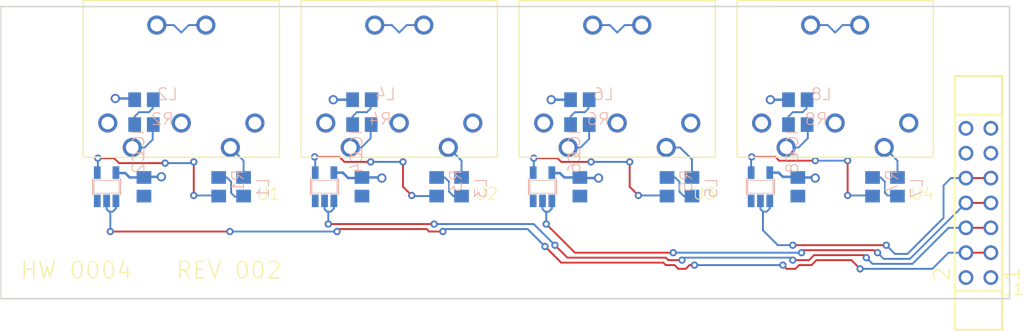
<source format=kicad_pcb>
(kicad_pcb (version 20171130) (host pcbnew 5.0.2+dfsg1-1)

  (general
    (thickness 1.6)
    (drawings 6)
    (tracks 296)
    (zones 0)
    (modules 32)
    (nets 37)
  )

  (page A4)
  (layers
    (0 Top signal)
    (31 Bottom signal)
    (32 B.Adhes user)
    (33 F.Adhes user)
    (34 B.Paste user)
    (35 F.Paste user)
    (36 B.SilkS user)
    (37 F.SilkS user)
    (38 B.Mask user)
    (39 F.Mask user)
    (40 Dwgs.User user)
    (41 Cmts.User user)
    (42 Eco1.User user)
    (43 Eco2.User user)
    (44 Edge.Cuts user)
    (45 Margin user)
    (46 B.CrtYd user)
    (47 F.CrtYd user)
    (48 B.Fab user)
    (49 F.Fab user)
  )

  (setup
    (last_trace_width 0.25)
    (trace_clearance 0.2)
    (zone_clearance 0.508)
    (zone_45_only no)
    (trace_min 0.1905)
    (segment_width 0.2)
    (edge_width 0.15)
    (via_size 0.8)
    (via_drill 0.4)
    (via_min_size 0.4)
    (via_min_drill 0.3)
    (uvia_size 0.3)
    (uvia_drill 0.1)
    (uvias_allowed no)
    (uvia_min_size 0.2)
    (uvia_min_drill 0.1)
    (pcb_text_width 0.3)
    (pcb_text_size 1.5 1.5)
    (mod_edge_width 0.15)
    (mod_text_size 1 1)
    (mod_text_width 0.15)
    (pad_size 1.524 1.524)
    (pad_drill 0.762)
    (pad_to_mask_clearance 0.051)
    (solder_mask_min_width 0.25)
    (aux_axis_origin 0 0)
    (visible_elements FFFFFF7F)
    (pcbplotparams
      (layerselection 0x010fc_ffffffff)
      (usegerberextensions false)
      (usegerberattributes false)
      (usegerberadvancedattributes false)
      (creategerberjobfile false)
      (excludeedgelayer true)
      (linewidth 0.100000)
      (plotframeref false)
      (viasonmask false)
      (mode 1)
      (useauxorigin false)
      (hpglpennumber 1)
      (hpglpenspeed 20)
      (hpglpendiameter 15.000000)
      (psnegative false)
      (psa4output false)
      (plotreference true)
      (plotvalue true)
      (plotinvisibletext false)
      (padsonsilk false)
      (subtractmaskfromsilk false)
      (outputformat 1)
      (mirror false)
      (drillshape 1)
      (scaleselection 1)
      (outputdirectory ""))
  )

  (net 0 "")
  (net 1 GND)
  (net 2 +5V)
  (net 3 /M-L1)
  (net 4 /M-N1)
  (net 5 "Net-(U1-PadP$3)")
  (net 6 "Net-(U1-PadP$1)")
  (net 7 "Net-(L1-Pad1)")
  (net 8 "Net-(IC1-Pad4)")
  (net 9 /D-OUT1)
  (net 10 "Net-(J1-Pad12)")
  (net 11 "Net-(J1-Pad11)")
  (net 12 /D-OUT4)
  (net 13 /D-OUT3)
  (net 14 /D-OUT2)
  (net 15 "Net-(L2-Pad1)")
  (net 16 /M-L2)
  (net 17 /M-N2)
  (net 18 "Net-(U2-PadP$3)")
  (net 19 "Net-(U2-PadP$1)")
  (net 20 "Net-(L3-Pad1)")
  (net 21 "Net-(IC2-Pad4)")
  (net 22 "Net-(L4-Pad1)")
  (net 23 /M-L3)
  (net 24 /M-N3)
  (net 25 "Net-(U3-PadP$3)")
  (net 26 "Net-(U3-PadP$1)")
  (net 27 "Net-(L5-Pad1)")
  (net 28 "Net-(IC3-Pad4)")
  (net 29 "Net-(L6-Pad1)")
  (net 30 /M-L4)
  (net 31 /M-N4)
  (net 32 "Net-(U4-PadP$3)")
  (net 33 "Net-(U4-PadP$1)")
  (net 34 "Net-(L7-Pad1)")
  (net 35 "Net-(IC4-Pad4)")
  (net 36 "Net-(L8-Pad1)")

  (net_class Default "This is the default net class."
    (clearance 0.2)
    (trace_width 0.25)
    (via_dia 0.8)
    (via_drill 0.4)
    (uvia_dia 0.3)
    (uvia_drill 0.1)
    (add_net +5V)
    (add_net /D-OUT1)
    (add_net /D-OUT2)
    (add_net /D-OUT3)
    (add_net /D-OUT4)
    (add_net /M-L1)
    (add_net /M-L2)
    (add_net /M-L3)
    (add_net /M-L4)
    (add_net /M-N1)
    (add_net /M-N2)
    (add_net /M-N3)
    (add_net /M-N4)
    (add_net GND)
    (add_net "Net-(IC1-Pad4)")
    (add_net "Net-(IC2-Pad4)")
    (add_net "Net-(IC3-Pad4)")
    (add_net "Net-(IC4-Pad4)")
    (add_net "Net-(J1-Pad11)")
    (add_net "Net-(J1-Pad12)")
    (add_net "Net-(L1-Pad1)")
    (add_net "Net-(L2-Pad1)")
    (add_net "Net-(L3-Pad1)")
    (add_net "Net-(L4-Pad1)")
    (add_net "Net-(L5-Pad1)")
    (add_net "Net-(L6-Pad1)")
    (add_net "Net-(L7-Pad1)")
    (add_net "Net-(L8-Pad1)")
    (add_net "Net-(U1-PadP$1)")
    (add_net "Net-(U1-PadP$3)")
    (add_net "Net-(U2-PadP$1)")
    (add_net "Net-(U2-PadP$3)")
    (add_net "Net-(U3-PadP$1)")
    (add_net "Net-(U3-PadP$3)")
    (add_net "Net-(U4-PadP$1)")
    (add_net "Net-(U4-PadP$3)")
  )

  (module "" (layer Top) (tedit 0) (tstamp 0)
    (at 100.8761 93.8911)
    (fp_text reference @HOLE0 (at 0 0) (layer F.SilkS) hide
      (effects (font (size 1.27 1.27) (thickness 0.15)))
    )
    (fp_text value "" (at 0 0) (layer F.SilkS)
      (effects (font (size 1.27 1.27) (thickness 0.15)))
    )
    (pad "" np_thru_hole circle (at 0 0) (size 3.9624 3.9624) (drill 3.9624) (layers *.Cu *.Mask))
  )

  (module "" (layer Top) (tedit 0) (tstamp 0)
    (at 196.1261 93.8911)
    (fp_text reference @HOLE1 (at 0 0) (layer F.SilkS) hide
      (effects (font (size 1.27 1.27) (thickness 0.15)))
    )
    (fp_text value "" (at 0 0) (layer F.SilkS)
      (effects (font (size 1.27 1.27) (thickness 0.15)))
    )
    (pad "" np_thru_hole circle (at 0 0) (size 3.9624 3.9624) (drill 3.9624) (layers *.Cu *.Mask))
  )

  (module "" (layer Top) (tedit 0) (tstamp 0)
    (at 148.5011 116.1161)
    (fp_text reference @HOLE2 (at 0 0) (layer F.SilkS) hide
      (effects (font (size 1.27 1.27) (thickness 0.15)))
    )
    (fp_text value "" (at 0 0) (layer F.SilkS)
      (effects (font (size 1.27 1.27) (thickness 0.15)))
    )
    (pad "" np_thru_hole circle (at 0 0) (size 3.9624 3.9624) (drill 3.9624) (layers *.Cu *.Mask))
  )

  (module "MIDI Output:SDS-50J" (layer Top) (tedit 0) (tstamp 5D1B8485)
    (at 115.4811 91.9861 180)
    (path /B89026D3F9562130)
    (fp_text reference U1 (at -10.16 -16.51) (layer F.SilkS)
      (effects (font (size 1.2065 1.2065) (thickness 0.09652)) (justify right top))
    )
    (fp_text value SDS-50J (at -10.16 -15.24) (layer F.Fab)
      (effects (font (size 1.2065 1.2065) (thickness 0.09652)) (justify right top))
    )
    (fp_line (start -10 -13.5) (end -10 2.5) (layer F.SilkS) (width 0.127))
    (fp_line (start 10 -13.5) (end -10 -13.5) (layer F.SilkS) (width 0.127))
    (fp_line (start 10 2.5) (end 10 -13.5) (layer F.SilkS) (width 0.127))
    (fp_line (start -10 2.5) (end 10 2.5) (layer F.SilkS) (width 0.127))
    (pad "" np_thru_hole circle (at 7.5 -5 180) (size 2.4 2.4) (drill 2.4) (layers *.Cu *.Mask))
    (pad "" np_thru_hole circle (at -7.5 -5 180) (size 2.4 2.4) (drill 2.4) (layers *.Cu *.Mask))
    (pad P$5 thru_hole circle (at -5 -12.5 180) (size 1.95 1.95) (drill 1.3) (layers *.Cu *.Mask)
      (net 3 /M-L1) (solder_mask_margin 0.0762))
    (pad P$4 thru_hole circle (at 5 -12.5 180) (size 1.95 1.95) (drill 1.3) (layers *.Cu *.Mask)
      (net 4 /M-N1) (solder_mask_margin 0.0762))
    (pad P$2 thru_hole circle (at 0 -10 180) (size 1.95 1.95) (drill 1.3) (layers *.Cu *.Mask)
      (net 1 GND) (solder_mask_margin 0.0762))
    (pad P$3 thru_hole circle (at -7.5 -10 180) (size 1.95 1.95) (drill 1.3) (layers *.Cu *.Mask)
      (net 5 "Net-(U1-PadP$3)") (solder_mask_margin 0.0762))
    (pad P$1 thru_hole circle (at 7.5 -10 180) (size 1.95 1.95) (drill 1.3) (layers *.Cu *.Mask)
      (net 6 "Net-(U1-PadP$1)") (solder_mask_margin 0.0762))
    (pad P$6 thru_hole circle (at 2.5 0 180) (size 1.95 1.95) (drill 1.3) (layers *.Cu *.Mask)
      (net 1 GND) (solder_mask_margin 0.0762))
    (pad P$7 thru_hole circle (at -2.5 0 180) (size 1.95 1.95) (drill 1.3) (layers *.Cu *.Mask)
      (net 1 GND) (solder_mask_margin 0.0762))
  )

  (module "MIDI Output:L0805" (layer Bottom) (tedit 0) (tstamp 5D1B8495)
    (at 121.8311 108.4961 90)
    (descr <b>CAPACITOR</b><p>)
    (path /B77988454CAB314C)
    (fp_text reference L1 (at -1.27 1.27 90) (layer B.SilkS)
      (effects (font (size 1.2065 1.2065) (thickness 0.09652)) (justify right top mirror))
    )
    (fp_text value BEAD (at -1.27 -2.54 90) (layer B.Fab)
      (effects (font (size 1.2065 1.2065) (thickness 0.09652)) (justify left bottom mirror))
    )
    (fp_poly (pts (xy -0.1001 -0.4001) (xy 0.1001 -0.4001) (xy 0.1001 0.4001) (xy -0.1001 0.4001)) (layer B.Adhes) (width 0))
    (fp_poly (pts (xy 0.3556 -0.7239) (xy 1.1057 -0.7239) (xy 1.1057 0.7262) (xy 0.3556 0.7262)) (layer B.Fab) (width 0))
    (fp_poly (pts (xy -1.0922 -0.7239) (xy -0.3421 -0.7239) (xy -0.3421 0.7262) (xy -1.0922 0.7262)) (layer B.Fab) (width 0))
    (fp_line (start 1.973 0.983) (end 1.973 -0.983) (layer Dwgs.User) (width 0.0508))
    (fp_line (start -0.356 -0.66) (end 0.381 -0.66) (layer B.Fab) (width 0.1016))
    (fp_line (start -0.381 0.66) (end 0.381 0.66) (layer B.Fab) (width 0.1016))
    (fp_line (start -1.973 -0.983) (end -1.973 0.983) (layer Dwgs.User) (width 0.0508))
    (fp_line (start 1.973 -0.983) (end -1.973 -0.983) (layer Dwgs.User) (width 0.0508))
    (fp_line (start -1.973 0.983) (end 1.973 0.983) (layer Dwgs.User) (width 0.0508))
    (pad 2 smd rect (at 0.95 0 90) (size 1.3 1.5) (layers Bottom B.Paste B.Mask)
      (net 3 /M-L1) (solder_mask_margin 0.0762))
    (pad 1 smd rect (at -0.95 0 90) (size 1.3 1.5) (layers Bottom B.Paste B.Mask)
      (net 7 "Net-(L1-Pad1)") (solder_mask_margin 0.0762))
  )

  (module "MIDI Output:SOT25" (layer Bottom) (tedit 0) (tstamp 5D1B84A3)
    (at 107.8611 108.4961 180)
    (descr "<b>Small Outline Transistor</b><p>\nSOT753 - Philips Semiconductors<br>\nSource: http://www.semiconductors.philips.com/acrobat_download/datasheets/74HC_HCT1G66_3.pdf")
    (path /7C8C299E06F92037)
    (fp_text reference IC1 (at -2.54 2.84 270) (layer B.SilkS)
      (effects (font (size 1.2065 1.2065) (thickness 0.09652)) (justify right top mirror))
    )
    (fp_text value 741G32 (at -2.54 -4.11) (layer B.Fab)
      (effects (font (size 1.2065 1.2065) (thickness 0.09652)) (justify left bottom mirror))
    )
    (fp_poly (pts (xy 0.79 -1.42) (xy 1.12 -1.42) (xy 1.12 -0.67) (xy 0.79 -0.67)) (layer B.Fab) (width 0))
    (fp_poly (pts (xy -0.16 -1.42) (xy 0.17 -1.42) (xy 0.17 -0.67) (xy -0.16 -0.67)) (layer B.Fab) (width 0))
    (fp_poly (pts (xy -1.11 -1.42) (xy -0.78 -1.42) (xy -0.78 -0.67) (xy -1.11 -0.67)) (layer B.Fab) (width 0))
    (fp_poly (pts (xy 0.79 0.67) (xy 1.12 0.67) (xy 1.12 1.42) (xy 0.79 1.42)) (layer B.Fab) (width 0))
    (fp_poly (pts (xy -1.11 0.68) (xy -0.78 0.68) (xy -0.78 1.43) (xy -1.11 1.43)) (layer B.Fab) (width 0))
    (fp_line (start -1.75 -2.55) (end -1.75 2.55) (layer Dwgs.User) (width 0.254))
    (fp_line (start 1.75 -2.55) (end -1.75 -2.55) (layer Dwgs.User) (width 0.254))
    (fp_line (start 1.75 2.55) (end 1.75 -2.55) (layer Dwgs.User) (width 0.254))
    (fp_line (start -1.75 2.55) (end 1.75 2.55) (layer Dwgs.User) (width 0.254))
    (fp_line (start -1.27 -0.66) (end -1.27 0.65) (layer B.SilkS) (width 0.075))
    (fp_line (start 1.28 -0.66) (end -1.27 -0.66) (layer B.SilkS) (width 0.075))
    (fp_line (start 1.28 0.65) (end 1.28 -0.66) (layer B.SilkS) (width 0.075))
    (fp_line (start -1.27 0.65) (end 1.28 0.65) (layer B.SilkS) (width 0.075))
    (fp_line (start -1.42 0.8) (end 1.42 0.8) (layer B.Fab) (width 0.127))
    (fp_line (start -1.42 -0.8) (end -1.42 0.8) (layer B.SilkS) (width 0.127))
    (fp_line (start 1.42 -0.8) (end -1.42 -0.8) (layer B.Fab) (width 0.127))
    (fp_line (start 1.42 0.8) (end 1.42 -0.8) (layer B.SilkS) (width 0.127))
    (fp_line (start 0 -1.29) (end 0 -1.3) (layer B.SilkS) (width 0.01))
    (pad 5 smd rect (at -0.95 1.44 180) (size 0.69 1.29) (layers Bottom B.Paste B.Mask)
      (net 2 +5V) (solder_mask_margin 0.0762))
    (pad 4 smd rect (at 0.95 1.44 180) (size 0.69 1.29) (layers Bottom B.Paste B.Mask)
      (net 8 "Net-(IC1-Pad4)") (solder_mask_margin 0.0762))
    (pad 3 smd rect (at 0.95 -1.44 180) (size 0.69 1.29) (layers Bottom B.Paste B.Mask)
      (net 1 GND) (solder_mask_margin 0.0762))
    (pad 2 smd rect (at 0 -1.44 180) (size 0.69 1.29) (layers Bottom B.Paste B.Mask)
      (net 9 /D-OUT1) (solder_mask_margin 0.0762))
    (pad 1 smd rect (at -0.95 -1.44 180) (size 0.69 1.29) (layers Bottom B.Paste B.Mask)
      (net 9 /D-OUT1) (solder_mask_margin 0.0762))
  )

  (module "MIDI Output:R0805" (layer Bottom) (tedit 0) (tstamp 5D1B84BD)
    (at 119.2911 108.4961 90)
    (descr <b>RESISTOR</b><p>)
    (path /93D0125A34554CA9)
    (fp_text reference R1 (at -0.635 1.27 90) (layer B.SilkS)
      (effects (font (size 1.2065 1.2065) (thickness 0.09652)) (justify right top mirror))
    )
    (fp_text value 220 (at -0.635 -2.54 90) (layer B.Fab)
      (effects (font (size 1.2065 1.2065) (thickness 0.09652)) (justify left bottom mirror))
    )
    (fp_poly (pts (xy -0.1999 -0.5001) (xy 0.1999 -0.5001) (xy 0.1999 0.5001) (xy -0.1999 0.5001)) (layer B.Adhes) (width 0))
    (fp_poly (pts (xy -1.0668 -0.6985) (xy -0.4168 -0.6985) (xy -0.4168 0.7015) (xy -1.0668 0.7015)) (layer B.Fab) (width 0))
    (fp_poly (pts (xy 0.4064 -0.6985) (xy 1.0564 -0.6985) (xy 1.0564 0.7015) (xy 0.4064 0.7015)) (layer B.Fab) (width 0))
    (fp_line (start -1.973 -0.983) (end -1.973 0.983) (layer Dwgs.User) (width 0.0508))
    (fp_line (start 1.973 -0.983) (end -1.973 -0.983) (layer Dwgs.User) (width 0.0508))
    (fp_line (start 1.973 0.983) (end 1.973 -0.983) (layer Dwgs.User) (width 0.0508))
    (fp_line (start -1.973 0.983) (end 1.973 0.983) (layer Dwgs.User) (width 0.0508))
    (fp_line (start -0.41 -0.635) (end 0.41 -0.635) (layer B.Fab) (width 0.1524))
    (fp_line (start -0.41 0.635) (end 0.41 0.635) (layer B.Fab) (width 0.1524))
    (pad 2 smd rect (at 0.95 0 90) (size 1.3 1.5) (layers Bottom B.Paste B.Mask)
      (net 7 "Net-(L1-Pad1)") (solder_mask_margin 0.0762))
    (pad 1 smd rect (at -0.95 0 90) (size 1.3 1.5) (layers Bottom B.Paste B.Mask)
      (net 8 "Net-(IC1-Pad4)") (solder_mask_margin 0.0762))
  )

  (module "MIDI Output:SSW-107-02-G-D" (layer Top) (tedit 0) (tstamp 5D1B84CB)
    (at 196.7611 110.1471 90)
    (descr "<b>THROUGH-HOLE .025\" SQ POST SOCKET</b><p>\nSource: Samtec SSW.pdf")
    (path /283100E32CE6A523)
    (fp_text reference J1 (at -9.525 2.54) (layer F.SilkS)
      (effects (font (size 1.2065 1.2065) (thickness 0.09652)) (justify left bottom))
    )
    (fp_text value SSW-107-02-G-D (at 10.795 2.54) (layer F.Fab)
      (effects (font (size 1.2065 1.2065) (thickness 0.09652)) (justify right top))
    )
    (fp_line (start 12.954 -2.413) (end 9.017 -2.413) (layer F.SilkS) (width 0.2032))
    (fp_line (start 12.954 2.413) (end 9.017 2.413) (layer F.SilkS) (width 0.2032))
    (fp_line (start 12.956 -2.425) (end 12.956 2.425) (layer F.SilkS) (width 0.2032))
    (fp_line (start -12.954 2.413) (end -9.017 2.413) (layer F.SilkS) (width 0.2032))
    (fp_line (start -12.954 -2.413) (end -9.017 -2.413) (layer F.SilkS) (width 0.2032))
    (fp_line (start -12.956 2.425) (end -12.956 -2.425) (layer F.SilkS) (width 0.2032))
    (fp_text user 2 (at -8.128 -2.794 90) (layer F.SilkS)
      (effects (font (size 1.59258 1.59258) (thickness 0.134112)) (justify left bottom))
    )
    (fp_text user 1 (at -8.128 4.318 90) (layer F.SilkS)
      (effects (font (size 1.59258 1.59258) (thickness 0.134112)) (justify left bottom))
    )
    (fp_line (start 6.875 -0.525) (end 6.875 -2.025) (layer F.Fab) (width 0.2032))
    (fp_line (start 8.375 -0.525) (end 6.875 -0.525) (layer F.Fab) (width 0.2032))
    (fp_line (start 8.375 -2.025) (end 8.375 -0.525) (layer F.Fab) (width 0.2032))
    (fp_line (start 6.875 -2.025) (end 8.375 -2.025) (layer F.Fab) (width 0.2032))
    (fp_line (start 6.875 2.015) (end 6.875 0.515) (layer F.Fab) (width 0.2032))
    (fp_line (start 8.375 2.015) (end 6.875 2.015) (layer F.Fab) (width 0.2032))
    (fp_line (start 8.375 0.515) (end 8.375 2.015) (layer F.Fab) (width 0.2032))
    (fp_line (start 6.875 0.515) (end 8.375 0.515) (layer F.Fab) (width 0.2032))
    (fp_line (start 4.335 -0.525) (end 4.335 -2.025) (layer F.Fab) (width 0.2032))
    (fp_line (start 5.835 -0.525) (end 4.335 -0.525) (layer F.Fab) (width 0.2032))
    (fp_line (start 5.835 -2.025) (end 5.835 -0.525) (layer F.Fab) (width 0.2032))
    (fp_line (start 4.335 -2.025) (end 5.835 -2.025) (layer F.Fab) (width 0.2032))
    (fp_line (start 4.335 2.015) (end 4.335 0.515) (layer F.Fab) (width 0.2032))
    (fp_line (start 5.835 2.015) (end 4.335 2.015) (layer F.Fab) (width 0.2032))
    (fp_line (start 5.835 0.515) (end 5.835 2.015) (layer F.Fab) (width 0.2032))
    (fp_line (start 4.335 0.515) (end 5.835 0.515) (layer F.Fab) (width 0.2032))
    (fp_line (start 1.795 -0.525) (end 1.795 -2.025) (layer F.Fab) (width 0.2032))
    (fp_line (start 3.295 -0.525) (end 1.795 -0.525) (layer F.Fab) (width 0.2032))
    (fp_line (start 3.295 -2.025) (end 3.295 -0.525) (layer F.Fab) (width 0.2032))
    (fp_line (start 1.795 -2.025) (end 3.295 -2.025) (layer F.Fab) (width 0.2032))
    (fp_line (start 1.795 2.015) (end 1.795 0.515) (layer F.Fab) (width 0.2032))
    (fp_line (start 3.295 2.015) (end 1.795 2.015) (layer F.Fab) (width 0.2032))
    (fp_line (start 3.295 0.515) (end 3.295 2.015) (layer F.Fab) (width 0.2032))
    (fp_line (start 1.795 0.515) (end 3.295 0.515) (layer F.Fab) (width 0.2032))
    (fp_line (start -0.745 -0.525) (end -0.745 -2.025) (layer F.Fab) (width 0.2032))
    (fp_line (start 0.755 -0.525) (end -0.745 -0.525) (layer F.Fab) (width 0.2032))
    (fp_line (start 0.755 -2.025) (end 0.755 -0.525) (layer F.Fab) (width 0.2032))
    (fp_line (start -0.745 -2.025) (end 0.755 -2.025) (layer F.Fab) (width 0.2032))
    (fp_line (start -0.745 2.015) (end -0.745 0.515) (layer F.Fab) (width 0.2032))
    (fp_line (start 0.755 2.015) (end -0.745 2.015) (layer F.Fab) (width 0.2032))
    (fp_line (start 0.755 0.515) (end 0.755 2.015) (layer F.Fab) (width 0.2032))
    (fp_line (start -0.745 0.515) (end 0.755 0.515) (layer F.Fab) (width 0.2032))
    (fp_line (start -3.285 -0.525) (end -3.285 -2.025) (layer F.Fab) (width 0.2032))
    (fp_line (start -1.785 -0.525) (end -3.285 -0.525) (layer F.Fab) (width 0.2032))
    (fp_line (start -1.785 -2.025) (end -1.785 -0.525) (layer F.Fab) (width 0.2032))
    (fp_line (start -3.285 -2.025) (end -1.785 -2.025) (layer F.Fab) (width 0.2032))
    (fp_line (start -3.285 2.015) (end -3.285 0.515) (layer F.Fab) (width 0.2032))
    (fp_line (start -1.785 2.015) (end -3.285 2.015) (layer F.Fab) (width 0.2032))
    (fp_line (start -1.785 0.515) (end -1.785 2.015) (layer F.Fab) (width 0.2032))
    (fp_line (start -3.285 0.515) (end -1.785 0.515) (layer F.Fab) (width 0.2032))
    (fp_line (start -5.825 -0.525) (end -5.825 -2.025) (layer F.Fab) (width 0.2032))
    (fp_line (start -4.325 -0.525) (end -5.825 -0.525) (layer F.Fab) (width 0.2032))
    (fp_line (start -4.325 -2.025) (end -4.325 -0.525) (layer F.Fab) (width 0.2032))
    (fp_line (start -5.825 -2.025) (end -4.325 -2.025) (layer F.Fab) (width 0.2032))
    (fp_line (start -5.825 2.015) (end -5.825 0.515) (layer F.Fab) (width 0.2032))
    (fp_line (start -4.325 2.015) (end -5.825 2.015) (layer F.Fab) (width 0.2032))
    (fp_line (start -4.325 0.515) (end -4.325 2.015) (layer F.Fab) (width 0.2032))
    (fp_line (start -5.825 0.515) (end -4.325 0.515) (layer F.Fab) (width 0.2032))
    (fp_line (start -8.365 -0.525) (end -8.365 -2.025) (layer F.Fab) (width 0.2032))
    (fp_line (start -6.865 -0.525) (end -8.365 -0.525) (layer F.Fab) (width 0.2032))
    (fp_line (start -6.865 -2.025) (end -6.865 -0.525) (layer F.Fab) (width 0.2032))
    (fp_line (start -8.365 -2.025) (end -6.865 -2.025) (layer F.Fab) (width 0.2032))
    (fp_line (start -8.365 2.015) (end -8.365 0.515) (layer F.Fab) (width 0.2032))
    (fp_line (start -6.865 2.015) (end -8.365 2.015) (layer F.Fab) (width 0.2032))
    (fp_line (start -6.865 0.515) (end -6.865 2.015) (layer F.Fab) (width 0.2032))
    (fp_line (start -8.365 0.515) (end -6.865 0.515) (layer F.Fab) (width 0.2032))
    (fp_line (start -9.019 2.425) (end -9.019 -2.425) (layer F.SilkS) (width 0.2032))
    (fp_line (start 9.019 2.425) (end -9.019 2.425) (layer F.SilkS) (width 0.2032))
    (fp_line (start 9.019 -2.425) (end 9.019 2.425) (layer F.SilkS) (width 0.2032))
    (fp_line (start -9.019 -2.425) (end 9.019 -2.425) (layer F.SilkS) (width 0.2032))
    (pad 14 thru_hole circle (at 7.62 -1.27 90) (size 1.5 1.5) (drill 1) (layers *.Cu *.Mask)
      (net 2 +5V) (solder_mask_margin 0.0762))
    (pad 13 thru_hole circle (at 7.62 1.27 90) (size 1.5 1.5) (drill 1) (layers *.Cu *.Mask)
      (net 1 GND) (solder_mask_margin 0.0762))
    (pad 12 thru_hole circle (at 5.08 -1.27 90) (size 1.5 1.5) (drill 1) (layers *.Cu *.Mask)
      (net 10 "Net-(J1-Pad12)") (solder_mask_margin 0.0762))
    (pad 11 thru_hole circle (at 5.08 1.27 90) (size 1.5 1.5) (drill 1) (layers *.Cu *.Mask)
      (net 11 "Net-(J1-Pad11)") (solder_mask_margin 0.0762))
    (pad 10 thru_hole circle (at 2.54 -1.27 90) (size 1.5 1.5) (drill 1) (layers *.Cu *.Mask)
      (net 12 /D-OUT4) (solder_mask_margin 0.0762))
    (pad 9 thru_hole circle (at 2.54 1.27 90) (size 1.5 1.5) (drill 1) (layers *.Cu *.Mask)
      (net 12 /D-OUT4) (solder_mask_margin 0.0762))
    (pad 8 thru_hole circle (at 0 -1.27 90) (size 1.5 1.5) (drill 1) (layers *.Cu *.Mask)
      (net 13 /D-OUT3) (solder_mask_margin 0.0762))
    (pad 7 thru_hole circle (at 0 1.27 90) (size 1.5 1.5) (drill 1) (layers *.Cu *.Mask)
      (net 13 /D-OUT3) (solder_mask_margin 0.0762))
    (pad 6 thru_hole circle (at -2.54 -1.27 90) (size 1.5 1.5) (drill 1) (layers *.Cu *.Mask)
      (net 14 /D-OUT2) (solder_mask_margin 0.0762))
    (pad 5 thru_hole circle (at -2.54 1.27 90) (size 1.5 1.5) (drill 1) (layers *.Cu *.Mask)
      (net 14 /D-OUT2) (solder_mask_margin 0.0762))
    (pad 4 thru_hole circle (at -5.08 -1.27 90) (size 1.5 1.5) (drill 1) (layers *.Cu *.Mask)
      (net 9 /D-OUT1) (solder_mask_margin 0.0762))
    (pad 3 thru_hole circle (at -5.08 1.27 90) (size 1.5 1.5) (drill 1) (layers *.Cu *.Mask)
      (net 9 /D-OUT1) (solder_mask_margin 0.0762))
    (pad 2 thru_hole circle (at -7.62 -1.27 90) (size 1.5 1.5) (drill 1) (layers *.Cu *.Mask)
      (net 1 GND) (solder_mask_margin 0.0762))
    (pad 1 thru_hole circle (at -7.62 1.27 90) (size 1.5 1.5) (drill 1) (layers *.Cu *.Mask)
      (net 2 +5V) (solder_mask_margin 0.0762))
  )

  (module "MIDI Output:L0805" (layer Bottom) (tedit 0) (tstamp 5D1B8520)
    (at 111.6711 99.6061 180)
    (descr <b>CAPACITOR</b><p>)
    (path /14C0718777B97637)
    (fp_text reference L2 (at -1.27 1.27) (layer B.SilkS)
      (effects (font (size 1.2065 1.2065) (thickness 0.09652)) (justify right top mirror))
    )
    (fp_text value BEAD (at -1.27 -2.54) (layer B.Fab)
      (effects (font (size 1.2065 1.2065) (thickness 0.09652)) (justify left bottom mirror))
    )
    (fp_poly (pts (xy -0.1001 -0.4001) (xy 0.1001 -0.4001) (xy 0.1001 0.4001) (xy -0.1001 0.4001)) (layer B.Adhes) (width 0))
    (fp_poly (pts (xy 0.3556 -0.7239) (xy 1.1057 -0.7239) (xy 1.1057 0.7262) (xy 0.3556 0.7262)) (layer B.Fab) (width 0))
    (fp_poly (pts (xy -1.0922 -0.7239) (xy -0.3421 -0.7239) (xy -0.3421 0.7262) (xy -1.0922 0.7262)) (layer B.Fab) (width 0))
    (fp_line (start 1.973 0.983) (end 1.973 -0.983) (layer Dwgs.User) (width 0.0508))
    (fp_line (start -0.356 -0.66) (end 0.381 -0.66) (layer B.Fab) (width 0.1016))
    (fp_line (start -0.381 0.66) (end 0.381 0.66) (layer B.Fab) (width 0.1016))
    (fp_line (start -1.973 -0.983) (end -1.973 0.983) (layer Dwgs.User) (width 0.0508))
    (fp_line (start 1.973 -0.983) (end -1.973 -0.983) (layer Dwgs.User) (width 0.0508))
    (fp_line (start -1.973 0.983) (end 1.973 0.983) (layer Dwgs.User) (width 0.0508))
    (pad 2 smd rect (at 0.95 0 180) (size 1.3 1.5) (layers Bottom B.Paste B.Mask)
      (net 2 +5V) (solder_mask_margin 0.0762))
    (pad 1 smd rect (at -0.95 0 180) (size 1.3 1.5) (layers Bottom B.Paste B.Mask)
      (net 15 "Net-(L2-Pad1)") (solder_mask_margin 0.0762))
  )

  (module "MIDI Output:R0805" (layer Bottom) (tedit 0) (tstamp 5D1B852E)
    (at 111.6711 102.1461 180)
    (descr <b>RESISTOR</b><p>)
    (path /A2ABB1400C537E3C)
    (fp_text reference R2 (at -0.635 1.27) (layer B.SilkS)
      (effects (font (size 1.2065 1.2065) (thickness 0.09652)) (justify right top mirror))
    )
    (fp_text value 220 (at -0.635 -2.54) (layer B.Fab)
      (effects (font (size 1.2065 1.2065) (thickness 0.09652)) (justify left bottom mirror))
    )
    (fp_poly (pts (xy -0.1999 -0.5001) (xy 0.1999 -0.5001) (xy 0.1999 0.5001) (xy -0.1999 0.5001)) (layer B.Adhes) (width 0))
    (fp_poly (pts (xy -1.0668 -0.6985) (xy -0.4168 -0.6985) (xy -0.4168 0.7015) (xy -1.0668 0.7015)) (layer B.Fab) (width 0))
    (fp_poly (pts (xy 0.4064 -0.6985) (xy 1.0564 -0.6985) (xy 1.0564 0.7015) (xy 0.4064 0.7015)) (layer B.Fab) (width 0))
    (fp_line (start -1.973 -0.983) (end -1.973 0.983) (layer Dwgs.User) (width 0.0508))
    (fp_line (start 1.973 -0.983) (end -1.973 -0.983) (layer Dwgs.User) (width 0.0508))
    (fp_line (start 1.973 0.983) (end 1.973 -0.983) (layer Dwgs.User) (width 0.0508))
    (fp_line (start -1.973 0.983) (end 1.973 0.983) (layer Dwgs.User) (width 0.0508))
    (fp_line (start -0.41 -0.635) (end 0.41 -0.635) (layer B.Fab) (width 0.1524))
    (fp_line (start -0.41 0.635) (end 0.41 0.635) (layer B.Fab) (width 0.1524))
    (pad 2 smd rect (at 0.95 0 180) (size 1.3 1.5) (layers Bottom B.Paste B.Mask)
      (net 15 "Net-(L2-Pad1)") (solder_mask_margin 0.0762))
    (pad 1 smd rect (at -0.95 0 180) (size 1.3 1.5) (layers Bottom B.Paste B.Mask)
      (net 4 /M-N1) (solder_mask_margin 0.0762))
  )

  (module "MIDI Output:C0805" (layer Bottom) (tedit 0) (tstamp 5D1B853C)
    (at 111.6711 108.4961 270)
    (descr <b>CAPACITOR</b><p>)
    (path /DE3531F169098DAB)
    (fp_text reference C2 (at -1.27 1.27 90) (layer B.SilkS)
      (effects (font (size 1.2065 1.2065) (thickness 0.09652)) (justify right top mirror))
    )
    (fp_text value 100n (at -1.27 -2.54 90) (layer B.Fab)
      (effects (font (size 1.2065 1.2065) (thickness 0.09652)) (justify right top mirror))
    )
    (fp_poly (pts (xy -0.1001 -0.4001) (xy 0.1001 -0.4001) (xy 0.1001 0.4001) (xy -0.1001 0.4001)) (layer B.Adhes) (width 0))
    (fp_poly (pts (xy 0.3556 -0.7239) (xy 1.1057 -0.7239) (xy 1.1057 0.7262) (xy 0.3556 0.7262)) (layer B.Fab) (width 0))
    (fp_poly (pts (xy -1.0922 -0.7239) (xy -0.3421 -0.7239) (xy -0.3421 0.7262) (xy -1.0922 0.7262)) (layer B.Fab) (width 0))
    (fp_line (start 1.973 0.983) (end 1.973 -0.983) (layer Dwgs.User) (width 0.0508))
    (fp_line (start -0.356 -0.66) (end 0.381 -0.66) (layer B.Fab) (width 0.1016))
    (fp_line (start -0.381 0.66) (end 0.381 0.66) (layer B.Fab) (width 0.1016))
    (fp_line (start -1.973 -0.983) (end -1.973 0.983) (layer Dwgs.User) (width 0.0508))
    (fp_line (start 1.973 -0.983) (end -1.973 -0.983) (layer Dwgs.User) (width 0.0508))
    (fp_line (start -1.973 0.983) (end 1.973 0.983) (layer Dwgs.User) (width 0.0508))
    (pad 2 smd rect (at 0.95 0 270) (size 1.3 1.5) (layers Bottom B.Paste B.Mask)
      (net 1 GND) (solder_mask_margin 0.0762))
    (pad 1 smd rect (at -0.95 0 270) (size 1.3 1.5) (layers Bottom B.Paste B.Mask)
      (net 2 +5V) (solder_mask_margin 0.0762))
  )

  (module "MIDI Output:SDS-50J" (layer Top) (tedit 0) (tstamp 5D1B854A)
    (at 137.7061 91.9861 180)
    (path /23E9B31BC2DEB937)
    (fp_text reference U2 (at -10.16 -16.51) (layer F.SilkS)
      (effects (font (size 1.2065 1.2065) (thickness 0.09652)) (justify right top))
    )
    (fp_text value SDS-50J (at -10.16 -15.24) (layer F.Fab)
      (effects (font (size 1.2065 1.2065) (thickness 0.09652)) (justify right top))
    )
    (fp_line (start -10 -13.5) (end -10 2.5) (layer F.SilkS) (width 0.127))
    (fp_line (start 10 -13.5) (end -10 -13.5) (layer F.SilkS) (width 0.127))
    (fp_line (start 10 2.5) (end 10 -13.5) (layer F.SilkS) (width 0.127))
    (fp_line (start -10 2.5) (end 10 2.5) (layer F.SilkS) (width 0.127))
    (pad "" np_thru_hole circle (at 7.5 -5 180) (size 2.4 2.4) (drill 2.4) (layers *.Cu *.Mask))
    (pad "" np_thru_hole circle (at -7.5 -5 180) (size 2.4 2.4) (drill 2.4) (layers *.Cu *.Mask))
    (pad P$5 thru_hole circle (at -5 -12.5 180) (size 1.95 1.95) (drill 1.3) (layers *.Cu *.Mask)
      (net 16 /M-L2) (solder_mask_margin 0.0762))
    (pad P$4 thru_hole circle (at 5 -12.5 180) (size 1.95 1.95) (drill 1.3) (layers *.Cu *.Mask)
      (net 17 /M-N2) (solder_mask_margin 0.0762))
    (pad P$2 thru_hole circle (at 0 -10 180) (size 1.95 1.95) (drill 1.3) (layers *.Cu *.Mask)
      (net 1 GND) (solder_mask_margin 0.0762))
    (pad P$3 thru_hole circle (at -7.5 -10 180) (size 1.95 1.95) (drill 1.3) (layers *.Cu *.Mask)
      (net 18 "Net-(U2-PadP$3)") (solder_mask_margin 0.0762))
    (pad P$1 thru_hole circle (at 7.5 -10 180) (size 1.95 1.95) (drill 1.3) (layers *.Cu *.Mask)
      (net 19 "Net-(U2-PadP$1)") (solder_mask_margin 0.0762))
    (pad P$6 thru_hole circle (at 2.5 0 180) (size 1.95 1.95) (drill 1.3) (layers *.Cu *.Mask)
      (net 1 GND) (solder_mask_margin 0.0762))
    (pad P$7 thru_hole circle (at -2.5 0 180) (size 1.95 1.95) (drill 1.3) (layers *.Cu *.Mask)
      (net 1 GND) (solder_mask_margin 0.0762))
  )

  (module "MIDI Output:L0805" (layer Bottom) (tedit 0) (tstamp 5D1B855A)
    (at 144.0561 108.4961 90)
    (descr <b>CAPACITOR</b><p>)
    (path /FA53E63416675DB9)
    (fp_text reference L3 (at -1.27 1.27 90) (layer B.SilkS)
      (effects (font (size 1.2065 1.2065) (thickness 0.09652)) (justify right top mirror))
    )
    (fp_text value BEAD (at -1.27 -2.54 90) (layer B.Fab)
      (effects (font (size 1.2065 1.2065) (thickness 0.09652)) (justify left bottom mirror))
    )
    (fp_poly (pts (xy -0.1001 -0.4001) (xy 0.1001 -0.4001) (xy 0.1001 0.4001) (xy -0.1001 0.4001)) (layer B.Adhes) (width 0))
    (fp_poly (pts (xy 0.3556 -0.7239) (xy 1.1057 -0.7239) (xy 1.1057 0.7262) (xy 0.3556 0.7262)) (layer B.Fab) (width 0))
    (fp_poly (pts (xy -1.0922 -0.7239) (xy -0.3421 -0.7239) (xy -0.3421 0.7262) (xy -1.0922 0.7262)) (layer B.Fab) (width 0))
    (fp_line (start 1.973 0.983) (end 1.973 -0.983) (layer Dwgs.User) (width 0.0508))
    (fp_line (start -0.356 -0.66) (end 0.381 -0.66) (layer B.Fab) (width 0.1016))
    (fp_line (start -0.381 0.66) (end 0.381 0.66) (layer B.Fab) (width 0.1016))
    (fp_line (start -1.973 -0.983) (end -1.973 0.983) (layer Dwgs.User) (width 0.0508))
    (fp_line (start 1.973 -0.983) (end -1.973 -0.983) (layer Dwgs.User) (width 0.0508))
    (fp_line (start -1.973 0.983) (end 1.973 0.983) (layer Dwgs.User) (width 0.0508))
    (pad 2 smd rect (at 0.95 0 90) (size 1.3 1.5) (layers Bottom B.Paste B.Mask)
      (net 16 /M-L2) (solder_mask_margin 0.0762))
    (pad 1 smd rect (at -0.95 0 90) (size 1.3 1.5) (layers Bottom B.Paste B.Mask)
      (net 20 "Net-(L3-Pad1)") (solder_mask_margin 0.0762))
  )

  (module "MIDI Output:SOT25" (layer Bottom) (tedit 0) (tstamp 5D1B8568)
    (at 130.0861 108.4961 180)
    (descr "<b>Small Outline Transistor</b><p>\nSOT753 - Philips Semiconductors<br>\nSource: http://www.semiconductors.philips.com/acrobat_download/datasheets/74HC_HCT1G66_3.pdf")
    (path /53D52AEB541775CA)
    (fp_text reference IC2 (at -2.54 2.84 270) (layer B.SilkS)
      (effects (font (size 1.2065 1.2065) (thickness 0.09652)) (justify right top mirror))
    )
    (fp_text value 741G32 (at -2.54 -4.11) (layer B.Fab)
      (effects (font (size 1.2065 1.2065) (thickness 0.09652)) (justify left bottom mirror))
    )
    (fp_poly (pts (xy 0.79 -1.42) (xy 1.12 -1.42) (xy 1.12 -0.67) (xy 0.79 -0.67)) (layer B.Fab) (width 0))
    (fp_poly (pts (xy -0.16 -1.42) (xy 0.17 -1.42) (xy 0.17 -0.67) (xy -0.16 -0.67)) (layer B.Fab) (width 0))
    (fp_poly (pts (xy -1.11 -1.42) (xy -0.78 -1.42) (xy -0.78 -0.67) (xy -1.11 -0.67)) (layer B.Fab) (width 0))
    (fp_poly (pts (xy 0.79 0.67) (xy 1.12 0.67) (xy 1.12 1.42) (xy 0.79 1.42)) (layer B.Fab) (width 0))
    (fp_poly (pts (xy -1.11 0.68) (xy -0.78 0.68) (xy -0.78 1.43) (xy -1.11 1.43)) (layer B.Fab) (width 0))
    (fp_line (start -1.75 -2.55) (end -1.75 2.55) (layer Dwgs.User) (width 0.254))
    (fp_line (start 1.75 -2.55) (end -1.75 -2.55) (layer Dwgs.User) (width 0.254))
    (fp_line (start 1.75 2.55) (end 1.75 -2.55) (layer Dwgs.User) (width 0.254))
    (fp_line (start -1.75 2.55) (end 1.75 2.55) (layer Dwgs.User) (width 0.254))
    (fp_line (start -1.27 -0.66) (end -1.27 0.65) (layer B.SilkS) (width 0.075))
    (fp_line (start 1.28 -0.66) (end -1.27 -0.66) (layer B.SilkS) (width 0.075))
    (fp_line (start 1.28 0.65) (end 1.28 -0.66) (layer B.SilkS) (width 0.075))
    (fp_line (start -1.27 0.65) (end 1.28 0.65) (layer B.SilkS) (width 0.075))
    (fp_line (start -1.42 0.8) (end 1.42 0.8) (layer B.Fab) (width 0.127))
    (fp_line (start -1.42 -0.8) (end -1.42 0.8) (layer B.SilkS) (width 0.127))
    (fp_line (start 1.42 -0.8) (end -1.42 -0.8) (layer B.Fab) (width 0.127))
    (fp_line (start 1.42 0.8) (end 1.42 -0.8) (layer B.SilkS) (width 0.127))
    (fp_line (start 0 -1.29) (end 0 -1.3) (layer B.SilkS) (width 0.01))
    (pad 5 smd rect (at -0.95 1.44 180) (size 0.69 1.29) (layers Bottom B.Paste B.Mask)
      (net 2 +5V) (solder_mask_margin 0.0762))
    (pad 4 smd rect (at 0.95 1.44 180) (size 0.69 1.29) (layers Bottom B.Paste B.Mask)
      (net 21 "Net-(IC2-Pad4)") (solder_mask_margin 0.0762))
    (pad 3 smd rect (at 0.95 -1.44 180) (size 0.69 1.29) (layers Bottom B.Paste B.Mask)
      (net 1 GND) (solder_mask_margin 0.0762))
    (pad 2 smd rect (at 0 -1.44 180) (size 0.69 1.29) (layers Bottom B.Paste B.Mask)
      (net 14 /D-OUT2) (solder_mask_margin 0.0762))
    (pad 1 smd rect (at -0.95 -1.44 180) (size 0.69 1.29) (layers Bottom B.Paste B.Mask)
      (net 14 /D-OUT2) (solder_mask_margin 0.0762))
  )

  (module "MIDI Output:R0805" (layer Bottom) (tedit 0) (tstamp 5D1B8582)
    (at 141.5161 108.4961 90)
    (descr <b>RESISTOR</b><p>)
    (path /59B9ECA6ABEDB9F7)
    (fp_text reference R3 (at -0.635 1.27 90) (layer B.SilkS)
      (effects (font (size 1.2065 1.2065) (thickness 0.09652)) (justify right top mirror))
    )
    (fp_text value 220 (at -0.635 -2.54 90) (layer B.Fab)
      (effects (font (size 1.2065 1.2065) (thickness 0.09652)) (justify left bottom mirror))
    )
    (fp_poly (pts (xy -0.1999 -0.5001) (xy 0.1999 -0.5001) (xy 0.1999 0.5001) (xy -0.1999 0.5001)) (layer B.Adhes) (width 0))
    (fp_poly (pts (xy -1.0668 -0.6985) (xy -0.4168 -0.6985) (xy -0.4168 0.7015) (xy -1.0668 0.7015)) (layer B.Fab) (width 0))
    (fp_poly (pts (xy 0.4064 -0.6985) (xy 1.0564 -0.6985) (xy 1.0564 0.7015) (xy 0.4064 0.7015)) (layer B.Fab) (width 0))
    (fp_line (start -1.973 -0.983) (end -1.973 0.983) (layer Dwgs.User) (width 0.0508))
    (fp_line (start 1.973 -0.983) (end -1.973 -0.983) (layer Dwgs.User) (width 0.0508))
    (fp_line (start 1.973 0.983) (end 1.973 -0.983) (layer Dwgs.User) (width 0.0508))
    (fp_line (start -1.973 0.983) (end 1.973 0.983) (layer Dwgs.User) (width 0.0508))
    (fp_line (start -0.41 -0.635) (end 0.41 -0.635) (layer B.Fab) (width 0.1524))
    (fp_line (start -0.41 0.635) (end 0.41 0.635) (layer B.Fab) (width 0.1524))
    (pad 2 smd rect (at 0.95 0 90) (size 1.3 1.5) (layers Bottom B.Paste B.Mask)
      (net 20 "Net-(L3-Pad1)") (solder_mask_margin 0.0762))
    (pad 1 smd rect (at -0.95 0 90) (size 1.3 1.5) (layers Bottom B.Paste B.Mask)
      (net 21 "Net-(IC2-Pad4)") (solder_mask_margin 0.0762))
  )

  (module "MIDI Output:L0805" (layer Bottom) (tedit 0) (tstamp 5D1B8590)
    (at 133.8961 99.6061 180)
    (descr <b>CAPACITOR</b><p>)
    (path /B6A816D7AC177953)
    (fp_text reference L4 (at -1.27 1.27) (layer B.SilkS)
      (effects (font (size 1.2065 1.2065) (thickness 0.09652)) (justify right top mirror))
    )
    (fp_text value BEAD (at -1.27 -2.54) (layer B.Fab)
      (effects (font (size 1.2065 1.2065) (thickness 0.09652)) (justify left bottom mirror))
    )
    (fp_poly (pts (xy -0.1001 -0.4001) (xy 0.1001 -0.4001) (xy 0.1001 0.4001) (xy -0.1001 0.4001)) (layer B.Adhes) (width 0))
    (fp_poly (pts (xy 0.3556 -0.7239) (xy 1.1057 -0.7239) (xy 1.1057 0.7262) (xy 0.3556 0.7262)) (layer B.Fab) (width 0))
    (fp_poly (pts (xy -1.0922 -0.7239) (xy -0.3421 -0.7239) (xy -0.3421 0.7262) (xy -1.0922 0.7262)) (layer B.Fab) (width 0))
    (fp_line (start 1.973 0.983) (end 1.973 -0.983) (layer Dwgs.User) (width 0.0508))
    (fp_line (start -0.356 -0.66) (end 0.381 -0.66) (layer B.Fab) (width 0.1016))
    (fp_line (start -0.381 0.66) (end 0.381 0.66) (layer B.Fab) (width 0.1016))
    (fp_line (start -1.973 -0.983) (end -1.973 0.983) (layer Dwgs.User) (width 0.0508))
    (fp_line (start 1.973 -0.983) (end -1.973 -0.983) (layer Dwgs.User) (width 0.0508))
    (fp_line (start -1.973 0.983) (end 1.973 0.983) (layer Dwgs.User) (width 0.0508))
    (pad 2 smd rect (at 0.95 0 180) (size 1.3 1.5) (layers Bottom B.Paste B.Mask)
      (net 2 +5V) (solder_mask_margin 0.0762))
    (pad 1 smd rect (at -0.95 0 180) (size 1.3 1.5) (layers Bottom B.Paste B.Mask)
      (net 22 "Net-(L4-Pad1)") (solder_mask_margin 0.0762))
  )

  (module "MIDI Output:R0805" (layer Bottom) (tedit 0) (tstamp 5D1B859E)
    (at 133.8961 102.1461 180)
    (descr <b>RESISTOR</b><p>)
    (path /A5780A551533BA2E)
    (fp_text reference R4 (at -0.635 1.27) (layer B.SilkS)
      (effects (font (size 1.2065 1.2065) (thickness 0.09652)) (justify right top mirror))
    )
    (fp_text value 220 (at -0.635 -2.54) (layer B.Fab)
      (effects (font (size 1.2065 1.2065) (thickness 0.09652)) (justify left bottom mirror))
    )
    (fp_poly (pts (xy -0.1999 -0.5001) (xy 0.1999 -0.5001) (xy 0.1999 0.5001) (xy -0.1999 0.5001)) (layer B.Adhes) (width 0))
    (fp_poly (pts (xy -1.0668 -0.6985) (xy -0.4168 -0.6985) (xy -0.4168 0.7015) (xy -1.0668 0.7015)) (layer B.Fab) (width 0))
    (fp_poly (pts (xy 0.4064 -0.6985) (xy 1.0564 -0.6985) (xy 1.0564 0.7015) (xy 0.4064 0.7015)) (layer B.Fab) (width 0))
    (fp_line (start -1.973 -0.983) (end -1.973 0.983) (layer Dwgs.User) (width 0.0508))
    (fp_line (start 1.973 -0.983) (end -1.973 -0.983) (layer Dwgs.User) (width 0.0508))
    (fp_line (start 1.973 0.983) (end 1.973 -0.983) (layer Dwgs.User) (width 0.0508))
    (fp_line (start -1.973 0.983) (end 1.973 0.983) (layer Dwgs.User) (width 0.0508))
    (fp_line (start -0.41 -0.635) (end 0.41 -0.635) (layer B.Fab) (width 0.1524))
    (fp_line (start -0.41 0.635) (end 0.41 0.635) (layer B.Fab) (width 0.1524))
    (pad 2 smd rect (at 0.95 0 180) (size 1.3 1.5) (layers Bottom B.Paste B.Mask)
      (net 22 "Net-(L4-Pad1)") (solder_mask_margin 0.0762))
    (pad 1 smd rect (at -0.95 0 180) (size 1.3 1.5) (layers Bottom B.Paste B.Mask)
      (net 17 /M-N2) (solder_mask_margin 0.0762))
  )

  (module "MIDI Output:C0805" (layer Bottom) (tedit 0) (tstamp 5D1B85AC)
    (at 133.8961 108.4961 270)
    (descr <b>CAPACITOR</b><p>)
    (path /26C241BB284EA6E9)
    (fp_text reference C4 (at -1.27 1.27 90) (layer B.SilkS)
      (effects (font (size 1.2065 1.2065) (thickness 0.09652)) (justify right top mirror))
    )
    (fp_text value 100n (at -1.27 -2.54 90) (layer B.Fab)
      (effects (font (size 1.2065 1.2065) (thickness 0.09652)) (justify right top mirror))
    )
    (fp_poly (pts (xy -0.1001 -0.4001) (xy 0.1001 -0.4001) (xy 0.1001 0.4001) (xy -0.1001 0.4001)) (layer B.Adhes) (width 0))
    (fp_poly (pts (xy 0.3556 -0.7239) (xy 1.1057 -0.7239) (xy 1.1057 0.7262) (xy 0.3556 0.7262)) (layer B.Fab) (width 0))
    (fp_poly (pts (xy -1.0922 -0.7239) (xy -0.3421 -0.7239) (xy -0.3421 0.7262) (xy -1.0922 0.7262)) (layer B.Fab) (width 0))
    (fp_line (start 1.973 0.983) (end 1.973 -0.983) (layer Dwgs.User) (width 0.0508))
    (fp_line (start -0.356 -0.66) (end 0.381 -0.66) (layer B.Fab) (width 0.1016))
    (fp_line (start -0.381 0.66) (end 0.381 0.66) (layer B.Fab) (width 0.1016))
    (fp_line (start -1.973 -0.983) (end -1.973 0.983) (layer Dwgs.User) (width 0.0508))
    (fp_line (start 1.973 -0.983) (end -1.973 -0.983) (layer Dwgs.User) (width 0.0508))
    (fp_line (start -1.973 0.983) (end 1.973 0.983) (layer Dwgs.User) (width 0.0508))
    (pad 2 smd rect (at 0.95 0 270) (size 1.3 1.5) (layers Bottom B.Paste B.Mask)
      (net 1 GND) (solder_mask_margin 0.0762))
    (pad 1 smd rect (at -0.95 0 270) (size 1.3 1.5) (layers Bottom B.Paste B.Mask)
      (net 2 +5V) (solder_mask_margin 0.0762))
  )

  (module "MIDI Output:SDS-50J" (layer Top) (tedit 0) (tstamp 5D1B85BA)
    (at 159.9311 91.9861 180)
    (path /2BCD79B19A04CEE8)
    (fp_text reference U3 (at -10.16 -16.51) (layer F.SilkS)
      (effects (font (size 1.2065 1.2065) (thickness 0.09652)) (justify right top))
    )
    (fp_text value SDS-50J (at -10.16 -15.24) (layer F.Fab)
      (effects (font (size 1.2065 1.2065) (thickness 0.09652)) (justify right top))
    )
    (fp_line (start -10 -13.5) (end -10 2.5) (layer F.SilkS) (width 0.127))
    (fp_line (start 10 -13.5) (end -10 -13.5) (layer F.SilkS) (width 0.127))
    (fp_line (start 10 2.5) (end 10 -13.5) (layer F.SilkS) (width 0.127))
    (fp_line (start -10 2.5) (end 10 2.5) (layer F.SilkS) (width 0.127))
    (pad "" np_thru_hole circle (at 7.5 -5 180) (size 2.4 2.4) (drill 2.4) (layers *.Cu *.Mask))
    (pad "" np_thru_hole circle (at -7.5 -5 180) (size 2.4 2.4) (drill 2.4) (layers *.Cu *.Mask))
    (pad P$5 thru_hole circle (at -5 -12.5 180) (size 1.95 1.95) (drill 1.3) (layers *.Cu *.Mask)
      (net 23 /M-L3) (solder_mask_margin 0.0762))
    (pad P$4 thru_hole circle (at 5 -12.5 180) (size 1.95 1.95) (drill 1.3) (layers *.Cu *.Mask)
      (net 24 /M-N3) (solder_mask_margin 0.0762))
    (pad P$2 thru_hole circle (at 0 -10 180) (size 1.95 1.95) (drill 1.3) (layers *.Cu *.Mask)
      (net 1 GND) (solder_mask_margin 0.0762))
    (pad P$3 thru_hole circle (at -7.5 -10 180) (size 1.95 1.95) (drill 1.3) (layers *.Cu *.Mask)
      (net 25 "Net-(U3-PadP$3)") (solder_mask_margin 0.0762))
    (pad P$1 thru_hole circle (at 7.5 -10 180) (size 1.95 1.95) (drill 1.3) (layers *.Cu *.Mask)
      (net 26 "Net-(U3-PadP$1)") (solder_mask_margin 0.0762))
    (pad P$6 thru_hole circle (at 2.5 0 180) (size 1.95 1.95) (drill 1.3) (layers *.Cu *.Mask)
      (net 1 GND) (solder_mask_margin 0.0762))
    (pad P$7 thru_hole circle (at -2.5 0 180) (size 1.95 1.95) (drill 1.3) (layers *.Cu *.Mask)
      (net 1 GND) (solder_mask_margin 0.0762))
  )

  (module "MIDI Output:L0805" (layer Bottom) (tedit 0) (tstamp 5D1B85CA)
    (at 167.5511 108.4961 90)
    (descr <b>CAPACITOR</b><p>)
    (path /2D151C159450169)
    (fp_text reference L5 (at -1.27 1.27 90) (layer B.SilkS)
      (effects (font (size 1.2065 1.2065) (thickness 0.09652)) (justify right top mirror))
    )
    (fp_text value BEAD (at -1.27 -2.54 90) (layer B.Fab)
      (effects (font (size 1.2065 1.2065) (thickness 0.09652)) (justify left bottom mirror))
    )
    (fp_poly (pts (xy -0.1001 -0.4001) (xy 0.1001 -0.4001) (xy 0.1001 0.4001) (xy -0.1001 0.4001)) (layer B.Adhes) (width 0))
    (fp_poly (pts (xy 0.3556 -0.7239) (xy 1.1057 -0.7239) (xy 1.1057 0.7262) (xy 0.3556 0.7262)) (layer B.Fab) (width 0))
    (fp_poly (pts (xy -1.0922 -0.7239) (xy -0.3421 -0.7239) (xy -0.3421 0.7262) (xy -1.0922 0.7262)) (layer B.Fab) (width 0))
    (fp_line (start 1.973 0.983) (end 1.973 -0.983) (layer Dwgs.User) (width 0.0508))
    (fp_line (start -0.356 -0.66) (end 0.381 -0.66) (layer B.Fab) (width 0.1016))
    (fp_line (start -0.381 0.66) (end 0.381 0.66) (layer B.Fab) (width 0.1016))
    (fp_line (start -1.973 -0.983) (end -1.973 0.983) (layer Dwgs.User) (width 0.0508))
    (fp_line (start 1.973 -0.983) (end -1.973 -0.983) (layer Dwgs.User) (width 0.0508))
    (fp_line (start -1.973 0.983) (end 1.973 0.983) (layer Dwgs.User) (width 0.0508))
    (pad 2 smd rect (at 0.95 0 90) (size 1.3 1.5) (layers Bottom B.Paste B.Mask)
      (net 23 /M-L3) (solder_mask_margin 0.0762))
    (pad 1 smd rect (at -0.95 0 90) (size 1.3 1.5) (layers Bottom B.Paste B.Mask)
      (net 27 "Net-(L5-Pad1)") (solder_mask_margin 0.0762))
  )

  (module "MIDI Output:SOT25" (layer Bottom) (tedit 0) (tstamp 5D1B85D8)
    (at 152.3111 108.4961 180)
    (descr "<b>Small Outline Transistor</b><p>\nSOT753 - Philips Semiconductors<br>\nSource: http://www.semiconductors.philips.com/acrobat_download/datasheets/74HC_HCT1G66_3.pdf")
    (path /B33006915ED25CA7)
    (fp_text reference IC3 (at -2.54 2.84 270) (layer B.SilkS)
      (effects (font (size 1.2065 1.2065) (thickness 0.09652)) (justify right top mirror))
    )
    (fp_text value 741G32 (at -2.54 -4.11) (layer B.Fab)
      (effects (font (size 1.2065 1.2065) (thickness 0.09652)) (justify left bottom mirror))
    )
    (fp_poly (pts (xy 0.79 -1.42) (xy 1.12 -1.42) (xy 1.12 -0.67) (xy 0.79 -0.67)) (layer B.Fab) (width 0))
    (fp_poly (pts (xy -0.16 -1.42) (xy 0.17 -1.42) (xy 0.17 -0.67) (xy -0.16 -0.67)) (layer B.Fab) (width 0))
    (fp_poly (pts (xy -1.11 -1.42) (xy -0.78 -1.42) (xy -0.78 -0.67) (xy -1.11 -0.67)) (layer B.Fab) (width 0))
    (fp_poly (pts (xy 0.79 0.67) (xy 1.12 0.67) (xy 1.12 1.42) (xy 0.79 1.42)) (layer B.Fab) (width 0))
    (fp_poly (pts (xy -1.11 0.68) (xy -0.78 0.68) (xy -0.78 1.43) (xy -1.11 1.43)) (layer B.Fab) (width 0))
    (fp_line (start -1.75 -2.55) (end -1.75 2.55) (layer Dwgs.User) (width 0.254))
    (fp_line (start 1.75 -2.55) (end -1.75 -2.55) (layer Dwgs.User) (width 0.254))
    (fp_line (start 1.75 2.55) (end 1.75 -2.55) (layer Dwgs.User) (width 0.254))
    (fp_line (start -1.75 2.55) (end 1.75 2.55) (layer Dwgs.User) (width 0.254))
    (fp_line (start -1.27 -0.66) (end -1.27 0.65) (layer B.SilkS) (width 0.075))
    (fp_line (start 1.28 -0.66) (end -1.27 -0.66) (layer B.SilkS) (width 0.075))
    (fp_line (start 1.28 0.65) (end 1.28 -0.66) (layer B.SilkS) (width 0.075))
    (fp_line (start -1.27 0.65) (end 1.28 0.65) (layer B.SilkS) (width 0.075))
    (fp_line (start -1.42 0.8) (end 1.42 0.8) (layer B.Fab) (width 0.127))
    (fp_line (start -1.42 -0.8) (end -1.42 0.8) (layer B.SilkS) (width 0.127))
    (fp_line (start 1.42 -0.8) (end -1.42 -0.8) (layer B.Fab) (width 0.127))
    (fp_line (start 1.42 0.8) (end 1.42 -0.8) (layer B.SilkS) (width 0.127))
    (fp_line (start 0 -1.29) (end 0 -1.3) (layer B.SilkS) (width 0.01))
    (pad 5 smd rect (at -0.95 1.44 180) (size 0.69 1.29) (layers Bottom B.Paste B.Mask)
      (net 2 +5V) (solder_mask_margin 0.0762))
    (pad 4 smd rect (at 0.95 1.44 180) (size 0.69 1.29) (layers Bottom B.Paste B.Mask)
      (net 28 "Net-(IC3-Pad4)") (solder_mask_margin 0.0762))
    (pad 3 smd rect (at 0.95 -1.44 180) (size 0.69 1.29) (layers Bottom B.Paste B.Mask)
      (net 1 GND) (solder_mask_margin 0.0762))
    (pad 2 smd rect (at 0 -1.44 180) (size 0.69 1.29) (layers Bottom B.Paste B.Mask)
      (net 13 /D-OUT3) (solder_mask_margin 0.0762))
    (pad 1 smd rect (at -0.95 -1.44 180) (size 0.69 1.29) (layers Bottom B.Paste B.Mask)
      (net 13 /D-OUT3) (solder_mask_margin 0.0762))
  )

  (module "MIDI Output:R0805" (layer Bottom) (tedit 0) (tstamp 5D1B85F2)
    (at 165.0111 108.4961 90)
    (descr <b>RESISTOR</b><p>)
    (path /1D9ACE0C8A8B53B6)
    (fp_text reference R5 (at -0.635 1.27 90) (layer B.SilkS)
      (effects (font (size 1.2065 1.2065) (thickness 0.09652)) (justify right top mirror))
    )
    (fp_text value 220 (at -0.635 -2.54 90) (layer B.Fab)
      (effects (font (size 1.2065 1.2065) (thickness 0.09652)) (justify left bottom mirror))
    )
    (fp_poly (pts (xy -0.1999 -0.5001) (xy 0.1999 -0.5001) (xy 0.1999 0.5001) (xy -0.1999 0.5001)) (layer B.Adhes) (width 0))
    (fp_poly (pts (xy -1.0668 -0.6985) (xy -0.4168 -0.6985) (xy -0.4168 0.7015) (xy -1.0668 0.7015)) (layer B.Fab) (width 0))
    (fp_poly (pts (xy 0.4064 -0.6985) (xy 1.0564 -0.6985) (xy 1.0564 0.7015) (xy 0.4064 0.7015)) (layer B.Fab) (width 0))
    (fp_line (start -1.973 -0.983) (end -1.973 0.983) (layer Dwgs.User) (width 0.0508))
    (fp_line (start 1.973 -0.983) (end -1.973 -0.983) (layer Dwgs.User) (width 0.0508))
    (fp_line (start 1.973 0.983) (end 1.973 -0.983) (layer Dwgs.User) (width 0.0508))
    (fp_line (start -1.973 0.983) (end 1.973 0.983) (layer Dwgs.User) (width 0.0508))
    (fp_line (start -0.41 -0.635) (end 0.41 -0.635) (layer B.Fab) (width 0.1524))
    (fp_line (start -0.41 0.635) (end 0.41 0.635) (layer B.Fab) (width 0.1524))
    (pad 2 smd rect (at 0.95 0 90) (size 1.3 1.5) (layers Bottom B.Paste B.Mask)
      (net 27 "Net-(L5-Pad1)") (solder_mask_margin 0.0762))
    (pad 1 smd rect (at -0.95 0 90) (size 1.3 1.5) (layers Bottom B.Paste B.Mask)
      (net 28 "Net-(IC3-Pad4)") (solder_mask_margin 0.0762))
  )

  (module "MIDI Output:L0805" (layer Bottom) (tedit 0) (tstamp 5D1B8600)
    (at 156.1211 99.6061 180)
    (descr <b>CAPACITOR</b><p>)
    (path /AACA06CA38F5093B)
    (fp_text reference L6 (at -1.27 1.27) (layer B.SilkS)
      (effects (font (size 1.2065 1.2065) (thickness 0.09652)) (justify right top mirror))
    )
    (fp_text value BEAD (at -1.27 -2.54) (layer B.Fab)
      (effects (font (size 1.2065 1.2065) (thickness 0.09652)) (justify left bottom mirror))
    )
    (fp_poly (pts (xy -0.1001 -0.4001) (xy 0.1001 -0.4001) (xy 0.1001 0.4001) (xy -0.1001 0.4001)) (layer B.Adhes) (width 0))
    (fp_poly (pts (xy 0.3556 -0.7239) (xy 1.1057 -0.7239) (xy 1.1057 0.7262) (xy 0.3556 0.7262)) (layer B.Fab) (width 0))
    (fp_poly (pts (xy -1.0922 -0.7239) (xy -0.3421 -0.7239) (xy -0.3421 0.7262) (xy -1.0922 0.7262)) (layer B.Fab) (width 0))
    (fp_line (start 1.973 0.983) (end 1.973 -0.983) (layer Dwgs.User) (width 0.0508))
    (fp_line (start -0.356 -0.66) (end 0.381 -0.66) (layer B.Fab) (width 0.1016))
    (fp_line (start -0.381 0.66) (end 0.381 0.66) (layer B.Fab) (width 0.1016))
    (fp_line (start -1.973 -0.983) (end -1.973 0.983) (layer Dwgs.User) (width 0.0508))
    (fp_line (start 1.973 -0.983) (end -1.973 -0.983) (layer Dwgs.User) (width 0.0508))
    (fp_line (start -1.973 0.983) (end 1.973 0.983) (layer Dwgs.User) (width 0.0508))
    (pad 2 smd rect (at 0.95 0 180) (size 1.3 1.5) (layers Bottom B.Paste B.Mask)
      (net 2 +5V) (solder_mask_margin 0.0762))
    (pad 1 smd rect (at -0.95 0 180) (size 1.3 1.5) (layers Bottom B.Paste B.Mask)
      (net 29 "Net-(L6-Pad1)") (solder_mask_margin 0.0762))
  )

  (module "MIDI Output:R0805" (layer Bottom) (tedit 0) (tstamp 5D1B860E)
    (at 156.1211 102.1461 180)
    (descr <b>RESISTOR</b><p>)
    (path /3E5402C31B0851EB)
    (fp_text reference R6 (at -0.635 1.27) (layer B.SilkS)
      (effects (font (size 1.2065 1.2065) (thickness 0.09652)) (justify right top mirror))
    )
    (fp_text value 220 (at -0.635 -2.54) (layer B.Fab)
      (effects (font (size 1.2065 1.2065) (thickness 0.09652)) (justify left bottom mirror))
    )
    (fp_poly (pts (xy -0.1999 -0.5001) (xy 0.1999 -0.5001) (xy 0.1999 0.5001) (xy -0.1999 0.5001)) (layer B.Adhes) (width 0))
    (fp_poly (pts (xy -1.0668 -0.6985) (xy -0.4168 -0.6985) (xy -0.4168 0.7015) (xy -1.0668 0.7015)) (layer B.Fab) (width 0))
    (fp_poly (pts (xy 0.4064 -0.6985) (xy 1.0564 -0.6985) (xy 1.0564 0.7015) (xy 0.4064 0.7015)) (layer B.Fab) (width 0))
    (fp_line (start -1.973 -0.983) (end -1.973 0.983) (layer Dwgs.User) (width 0.0508))
    (fp_line (start 1.973 -0.983) (end -1.973 -0.983) (layer Dwgs.User) (width 0.0508))
    (fp_line (start 1.973 0.983) (end 1.973 -0.983) (layer Dwgs.User) (width 0.0508))
    (fp_line (start -1.973 0.983) (end 1.973 0.983) (layer Dwgs.User) (width 0.0508))
    (fp_line (start -0.41 -0.635) (end 0.41 -0.635) (layer B.Fab) (width 0.1524))
    (fp_line (start -0.41 0.635) (end 0.41 0.635) (layer B.Fab) (width 0.1524))
    (pad 2 smd rect (at 0.95 0 180) (size 1.3 1.5) (layers Bottom B.Paste B.Mask)
      (net 29 "Net-(L6-Pad1)") (solder_mask_margin 0.0762))
    (pad 1 smd rect (at -0.95 0 180) (size 1.3 1.5) (layers Bottom B.Paste B.Mask)
      (net 24 /M-N3) (solder_mask_margin 0.0762))
  )

  (module "MIDI Output:C0805" (layer Bottom) (tedit 0) (tstamp 5D1B861C)
    (at 156.1211 108.4961 270)
    (descr <b>CAPACITOR</b><p>)
    (path /9F272910FE64C8E2)
    (fp_text reference C6 (at -1.27 1.27 90) (layer B.SilkS)
      (effects (font (size 1.2065 1.2065) (thickness 0.09652)) (justify right top mirror))
    )
    (fp_text value 100n (at -1.27 -2.54 90) (layer B.Fab)
      (effects (font (size 1.2065 1.2065) (thickness 0.09652)) (justify right top mirror))
    )
    (fp_poly (pts (xy -0.1001 -0.4001) (xy 0.1001 -0.4001) (xy 0.1001 0.4001) (xy -0.1001 0.4001)) (layer B.Adhes) (width 0))
    (fp_poly (pts (xy 0.3556 -0.7239) (xy 1.1057 -0.7239) (xy 1.1057 0.7262) (xy 0.3556 0.7262)) (layer B.Fab) (width 0))
    (fp_poly (pts (xy -1.0922 -0.7239) (xy -0.3421 -0.7239) (xy -0.3421 0.7262) (xy -1.0922 0.7262)) (layer B.Fab) (width 0))
    (fp_line (start 1.973 0.983) (end 1.973 -0.983) (layer Dwgs.User) (width 0.0508))
    (fp_line (start -0.356 -0.66) (end 0.381 -0.66) (layer B.Fab) (width 0.1016))
    (fp_line (start -0.381 0.66) (end 0.381 0.66) (layer B.Fab) (width 0.1016))
    (fp_line (start -1.973 -0.983) (end -1.973 0.983) (layer Dwgs.User) (width 0.0508))
    (fp_line (start 1.973 -0.983) (end -1.973 -0.983) (layer Dwgs.User) (width 0.0508))
    (fp_line (start -1.973 0.983) (end 1.973 0.983) (layer Dwgs.User) (width 0.0508))
    (pad 2 smd rect (at 0.95 0 270) (size 1.3 1.5) (layers Bottom B.Paste B.Mask)
      (net 1 GND) (solder_mask_margin 0.0762))
    (pad 1 smd rect (at -0.95 0 270) (size 1.3 1.5) (layers Bottom B.Paste B.Mask)
      (net 2 +5V) (solder_mask_margin 0.0762))
  )

  (module "MIDI Output:SDS-50J" (layer Top) (tedit 0) (tstamp 5D1B862A)
    (at 182.1561 91.9861 180)
    (path /A282E7207C57E89D)
    (fp_text reference U4 (at -10.16 -16.51) (layer F.SilkS)
      (effects (font (size 1.2065 1.2065) (thickness 0.09652)) (justify right top))
    )
    (fp_text value SDS-50J (at -10.16 -15.24) (layer F.Fab)
      (effects (font (size 1.2065 1.2065) (thickness 0.09652)) (justify right top))
    )
    (fp_line (start -10 -13.5) (end -10 2.5) (layer F.SilkS) (width 0.127))
    (fp_line (start 10 -13.5) (end -10 -13.5) (layer F.SilkS) (width 0.127))
    (fp_line (start 10 2.5) (end 10 -13.5) (layer F.SilkS) (width 0.127))
    (fp_line (start -10 2.5) (end 10 2.5) (layer F.SilkS) (width 0.127))
    (pad "" np_thru_hole circle (at 7.5 -5 180) (size 2.4 2.4) (drill 2.4) (layers *.Cu *.Mask))
    (pad "" np_thru_hole circle (at -7.5 -5 180) (size 2.4 2.4) (drill 2.4) (layers *.Cu *.Mask))
    (pad P$5 thru_hole circle (at -5 -12.5 180) (size 1.95 1.95) (drill 1.3) (layers *.Cu *.Mask)
      (net 30 /M-L4) (solder_mask_margin 0.0762))
    (pad P$4 thru_hole circle (at 5 -12.5 180) (size 1.95 1.95) (drill 1.3) (layers *.Cu *.Mask)
      (net 31 /M-N4) (solder_mask_margin 0.0762))
    (pad P$2 thru_hole circle (at 0 -10 180) (size 1.95 1.95) (drill 1.3) (layers *.Cu *.Mask)
      (net 1 GND) (solder_mask_margin 0.0762))
    (pad P$3 thru_hole circle (at -7.5 -10 180) (size 1.95 1.95) (drill 1.3) (layers *.Cu *.Mask)
      (net 32 "Net-(U4-PadP$3)") (solder_mask_margin 0.0762))
    (pad P$1 thru_hole circle (at 7.5 -10 180) (size 1.95 1.95) (drill 1.3) (layers *.Cu *.Mask)
      (net 33 "Net-(U4-PadP$1)") (solder_mask_margin 0.0762))
    (pad P$6 thru_hole circle (at 2.5 0 180) (size 1.95 1.95) (drill 1.3) (layers *.Cu *.Mask)
      (net 1 GND) (solder_mask_margin 0.0762))
    (pad P$7 thru_hole circle (at -2.5 0 180) (size 1.95 1.95) (drill 1.3) (layers *.Cu *.Mask)
      (net 1 GND) (solder_mask_margin 0.0762))
  )

  (module "MIDI Output:L0805" (layer Bottom) (tedit 0) (tstamp 5D1B863A)
    (at 188.5061 108.4961 90)
    (descr <b>CAPACITOR</b><p>)
    (path /4B263159B13D2460)
    (fp_text reference L7 (at -1.27 1.27 90) (layer B.SilkS)
      (effects (font (size 1.2065 1.2065) (thickness 0.09652)) (justify right top mirror))
    )
    (fp_text value BEAD (at -1.27 -2.54 90) (layer B.Fab)
      (effects (font (size 1.2065 1.2065) (thickness 0.09652)) (justify left bottom mirror))
    )
    (fp_poly (pts (xy -0.1001 -0.4001) (xy 0.1001 -0.4001) (xy 0.1001 0.4001) (xy -0.1001 0.4001)) (layer B.Adhes) (width 0))
    (fp_poly (pts (xy 0.3556 -0.7239) (xy 1.1057 -0.7239) (xy 1.1057 0.7262) (xy 0.3556 0.7262)) (layer B.Fab) (width 0))
    (fp_poly (pts (xy -1.0922 -0.7239) (xy -0.3421 -0.7239) (xy -0.3421 0.7262) (xy -1.0922 0.7262)) (layer B.Fab) (width 0))
    (fp_line (start 1.973 0.983) (end 1.973 -0.983) (layer Dwgs.User) (width 0.0508))
    (fp_line (start -0.356 -0.66) (end 0.381 -0.66) (layer B.Fab) (width 0.1016))
    (fp_line (start -0.381 0.66) (end 0.381 0.66) (layer B.Fab) (width 0.1016))
    (fp_line (start -1.973 -0.983) (end -1.973 0.983) (layer Dwgs.User) (width 0.0508))
    (fp_line (start 1.973 -0.983) (end -1.973 -0.983) (layer Dwgs.User) (width 0.0508))
    (fp_line (start -1.973 0.983) (end 1.973 0.983) (layer Dwgs.User) (width 0.0508))
    (pad 2 smd rect (at 0.95 0 90) (size 1.3 1.5) (layers Bottom B.Paste B.Mask)
      (net 30 /M-L4) (solder_mask_margin 0.0762))
    (pad 1 smd rect (at -0.95 0 90) (size 1.3 1.5) (layers Bottom B.Paste B.Mask)
      (net 34 "Net-(L7-Pad1)") (solder_mask_margin 0.0762))
  )

  (module "MIDI Output:SOT25" (layer Bottom) (tedit 0) (tstamp 5D1B8648)
    (at 174.5361 108.4961 180)
    (descr "<b>Small Outline Transistor</b><p>\nSOT753 - Philips Semiconductors<br>\nSource: http://www.semiconductors.philips.com/acrobat_download/datasheets/74HC_HCT1G66_3.pdf")
    (path /3372E1D846657C43)
    (fp_text reference IC4 (at -2.54 2.84 270) (layer B.SilkS)
      (effects (font (size 1.2065 1.2065) (thickness 0.09652)) (justify right top mirror))
    )
    (fp_text value 741G32 (at -2.54 -4.11) (layer B.Fab)
      (effects (font (size 1.2065 1.2065) (thickness 0.09652)) (justify left bottom mirror))
    )
    (fp_poly (pts (xy 0.79 -1.42) (xy 1.12 -1.42) (xy 1.12 -0.67) (xy 0.79 -0.67)) (layer B.Fab) (width 0))
    (fp_poly (pts (xy -0.16 -1.42) (xy 0.17 -1.42) (xy 0.17 -0.67) (xy -0.16 -0.67)) (layer B.Fab) (width 0))
    (fp_poly (pts (xy -1.11 -1.42) (xy -0.78 -1.42) (xy -0.78 -0.67) (xy -1.11 -0.67)) (layer B.Fab) (width 0))
    (fp_poly (pts (xy 0.79 0.67) (xy 1.12 0.67) (xy 1.12 1.42) (xy 0.79 1.42)) (layer B.Fab) (width 0))
    (fp_poly (pts (xy -1.11 0.68) (xy -0.78 0.68) (xy -0.78 1.43) (xy -1.11 1.43)) (layer B.Fab) (width 0))
    (fp_line (start -1.75 -2.55) (end -1.75 2.55) (layer Dwgs.User) (width 0.254))
    (fp_line (start 1.75 -2.55) (end -1.75 -2.55) (layer Dwgs.User) (width 0.254))
    (fp_line (start 1.75 2.55) (end 1.75 -2.55) (layer Dwgs.User) (width 0.254))
    (fp_line (start -1.75 2.55) (end 1.75 2.55) (layer Dwgs.User) (width 0.254))
    (fp_line (start -1.27 -0.66) (end -1.27 0.65) (layer B.SilkS) (width 0.075))
    (fp_line (start 1.28 -0.66) (end -1.27 -0.66) (layer B.SilkS) (width 0.075))
    (fp_line (start 1.28 0.65) (end 1.28 -0.66) (layer B.SilkS) (width 0.075))
    (fp_line (start -1.27 0.65) (end 1.28 0.65) (layer B.SilkS) (width 0.075))
    (fp_line (start -1.42 0.8) (end 1.42 0.8) (layer B.Fab) (width 0.127))
    (fp_line (start -1.42 -0.8) (end -1.42 0.8) (layer B.SilkS) (width 0.127))
    (fp_line (start 1.42 -0.8) (end -1.42 -0.8) (layer B.Fab) (width 0.127))
    (fp_line (start 1.42 0.8) (end 1.42 -0.8) (layer B.SilkS) (width 0.127))
    (fp_line (start 0 -1.29) (end 0 -1.3) (layer B.SilkS) (width 0.01))
    (pad 5 smd rect (at -0.95 1.44 180) (size 0.69 1.29) (layers Bottom B.Paste B.Mask)
      (net 2 +5V) (solder_mask_margin 0.0762))
    (pad 4 smd rect (at 0.95 1.44 180) (size 0.69 1.29) (layers Bottom B.Paste B.Mask)
      (net 35 "Net-(IC4-Pad4)") (solder_mask_margin 0.0762))
    (pad 3 smd rect (at 0.95 -1.44 180) (size 0.69 1.29) (layers Bottom B.Paste B.Mask)
      (net 1 GND) (solder_mask_margin 0.0762))
    (pad 2 smd rect (at 0 -1.44 180) (size 0.69 1.29) (layers Bottom B.Paste B.Mask)
      (net 12 /D-OUT4) (solder_mask_margin 0.0762))
    (pad 1 smd rect (at -0.95 -1.44 180) (size 0.69 1.29) (layers Bottom B.Paste B.Mask)
      (net 12 /D-OUT4) (solder_mask_margin 0.0762))
  )

  (module "MIDI Output:R0805" (layer Bottom) (tedit 0) (tstamp 5D1B8662)
    (at 185.9661 108.4961 90)
    (descr <b>RESISTOR</b><p>)
    (path /3D52B9A1E1EE9F6E)
    (fp_text reference R7 (at -0.635 1.27 90) (layer B.SilkS)
      (effects (font (size 1.2065 1.2065) (thickness 0.09652)) (justify right top mirror))
    )
    (fp_text value 220 (at -0.635 -2.54 90) (layer B.Fab)
      (effects (font (size 1.2065 1.2065) (thickness 0.09652)) (justify left bottom mirror))
    )
    (fp_poly (pts (xy -0.1999 -0.5001) (xy 0.1999 -0.5001) (xy 0.1999 0.5001) (xy -0.1999 0.5001)) (layer B.Adhes) (width 0))
    (fp_poly (pts (xy -1.0668 -0.6985) (xy -0.4168 -0.6985) (xy -0.4168 0.7015) (xy -1.0668 0.7015)) (layer B.Fab) (width 0))
    (fp_poly (pts (xy 0.4064 -0.6985) (xy 1.0564 -0.6985) (xy 1.0564 0.7015) (xy 0.4064 0.7015)) (layer B.Fab) (width 0))
    (fp_line (start -1.973 -0.983) (end -1.973 0.983) (layer Dwgs.User) (width 0.0508))
    (fp_line (start 1.973 -0.983) (end -1.973 -0.983) (layer Dwgs.User) (width 0.0508))
    (fp_line (start 1.973 0.983) (end 1.973 -0.983) (layer Dwgs.User) (width 0.0508))
    (fp_line (start -1.973 0.983) (end 1.973 0.983) (layer Dwgs.User) (width 0.0508))
    (fp_line (start -0.41 -0.635) (end 0.41 -0.635) (layer B.Fab) (width 0.1524))
    (fp_line (start -0.41 0.635) (end 0.41 0.635) (layer B.Fab) (width 0.1524))
    (pad 2 smd rect (at 0.95 0 90) (size 1.3 1.5) (layers Bottom B.Paste B.Mask)
      (net 34 "Net-(L7-Pad1)") (solder_mask_margin 0.0762))
    (pad 1 smd rect (at -0.95 0 90) (size 1.3 1.5) (layers Bottom B.Paste B.Mask)
      (net 35 "Net-(IC4-Pad4)") (solder_mask_margin 0.0762))
  )

  (module "MIDI Output:L0805" (layer Bottom) (tedit 0) (tstamp 5D1B8670)
    (at 178.3461 99.6061 180)
    (descr <b>CAPACITOR</b><p>)
    (path /C299FB40D1AD7E29)
    (fp_text reference L8 (at -1.27 1.27) (layer B.SilkS)
      (effects (font (size 1.2065 1.2065) (thickness 0.09652)) (justify right top mirror))
    )
    (fp_text value BEAD (at -1.27 -2.54) (layer B.Fab)
      (effects (font (size 1.2065 1.2065) (thickness 0.09652)) (justify left bottom mirror))
    )
    (fp_poly (pts (xy -0.1001 -0.4001) (xy 0.1001 -0.4001) (xy 0.1001 0.4001) (xy -0.1001 0.4001)) (layer B.Adhes) (width 0))
    (fp_poly (pts (xy 0.3556 -0.7239) (xy 1.1057 -0.7239) (xy 1.1057 0.7262) (xy 0.3556 0.7262)) (layer B.Fab) (width 0))
    (fp_poly (pts (xy -1.0922 -0.7239) (xy -0.3421 -0.7239) (xy -0.3421 0.7262) (xy -1.0922 0.7262)) (layer B.Fab) (width 0))
    (fp_line (start 1.973 0.983) (end 1.973 -0.983) (layer Dwgs.User) (width 0.0508))
    (fp_line (start -0.356 -0.66) (end 0.381 -0.66) (layer B.Fab) (width 0.1016))
    (fp_line (start -0.381 0.66) (end 0.381 0.66) (layer B.Fab) (width 0.1016))
    (fp_line (start -1.973 -0.983) (end -1.973 0.983) (layer Dwgs.User) (width 0.0508))
    (fp_line (start 1.973 -0.983) (end -1.973 -0.983) (layer Dwgs.User) (width 0.0508))
    (fp_line (start -1.973 0.983) (end 1.973 0.983) (layer Dwgs.User) (width 0.0508))
    (pad 2 smd rect (at 0.95 0 180) (size 1.3 1.5) (layers Bottom B.Paste B.Mask)
      (net 2 +5V) (solder_mask_margin 0.0762))
    (pad 1 smd rect (at -0.95 0 180) (size 1.3 1.5) (layers Bottom B.Paste B.Mask)
      (net 36 "Net-(L8-Pad1)") (solder_mask_margin 0.0762))
  )

  (module "MIDI Output:R0805" (layer Bottom) (tedit 0) (tstamp 5D1B867E)
    (at 178.3461 102.1461 180)
    (descr <b>RESISTOR</b><p>)
    (path /4381C492CC3FC836)
    (fp_text reference R8 (at -0.635 1.27) (layer B.SilkS)
      (effects (font (size 1.2065 1.2065) (thickness 0.09652)) (justify right top mirror))
    )
    (fp_text value 220 (at -0.635 -2.54) (layer B.Fab)
      (effects (font (size 1.2065 1.2065) (thickness 0.09652)) (justify left bottom mirror))
    )
    (fp_poly (pts (xy -0.1999 -0.5001) (xy 0.1999 -0.5001) (xy 0.1999 0.5001) (xy -0.1999 0.5001)) (layer B.Adhes) (width 0))
    (fp_poly (pts (xy -1.0668 -0.6985) (xy -0.4168 -0.6985) (xy -0.4168 0.7015) (xy -1.0668 0.7015)) (layer B.Fab) (width 0))
    (fp_poly (pts (xy 0.4064 -0.6985) (xy 1.0564 -0.6985) (xy 1.0564 0.7015) (xy 0.4064 0.7015)) (layer B.Fab) (width 0))
    (fp_line (start -1.973 -0.983) (end -1.973 0.983) (layer Dwgs.User) (width 0.0508))
    (fp_line (start 1.973 -0.983) (end -1.973 -0.983) (layer Dwgs.User) (width 0.0508))
    (fp_line (start 1.973 0.983) (end 1.973 -0.983) (layer Dwgs.User) (width 0.0508))
    (fp_line (start -1.973 0.983) (end 1.973 0.983) (layer Dwgs.User) (width 0.0508))
    (fp_line (start -0.41 -0.635) (end 0.41 -0.635) (layer B.Fab) (width 0.1524))
    (fp_line (start -0.41 0.635) (end 0.41 0.635) (layer B.Fab) (width 0.1524))
    (pad 2 smd rect (at 0.95 0 180) (size 1.3 1.5) (layers Bottom B.Paste B.Mask)
      (net 36 "Net-(L8-Pad1)") (solder_mask_margin 0.0762))
    (pad 1 smd rect (at -0.95 0 180) (size 1.3 1.5) (layers Bottom B.Paste B.Mask)
      (net 31 /M-N4) (solder_mask_margin 0.0762))
  )

  (module "MIDI Output:C0805" (layer Bottom) (tedit 0) (tstamp 5D1B868C)
    (at 178.3461 108.4961 270)
    (descr <b>CAPACITOR</b><p>)
    (path /61919A92621C301E)
    (fp_text reference C8 (at -1.27 1.27 90) (layer B.SilkS)
      (effects (font (size 1.2065 1.2065) (thickness 0.09652)) (justify right top mirror))
    )
    (fp_text value 100n (at -1.27 -2.54 90) (layer B.Fab)
      (effects (font (size 1.2065 1.2065) (thickness 0.09652)) (justify right top mirror))
    )
    (fp_poly (pts (xy -0.1001 -0.4001) (xy 0.1001 -0.4001) (xy 0.1001 0.4001) (xy -0.1001 0.4001)) (layer B.Adhes) (width 0))
    (fp_poly (pts (xy 0.3556 -0.7239) (xy 1.1057 -0.7239) (xy 1.1057 0.7262) (xy 0.3556 0.7262)) (layer B.Fab) (width 0))
    (fp_poly (pts (xy -1.0922 -0.7239) (xy -0.3421 -0.7239) (xy -0.3421 0.7262) (xy -1.0922 0.7262)) (layer B.Fab) (width 0))
    (fp_line (start 1.973 0.983) (end 1.973 -0.983) (layer Dwgs.User) (width 0.0508))
    (fp_line (start -0.356 -0.66) (end 0.381 -0.66) (layer B.Fab) (width 0.1016))
    (fp_line (start -0.381 0.66) (end 0.381 0.66) (layer B.Fab) (width 0.1016))
    (fp_line (start -1.973 -0.983) (end -1.973 0.983) (layer Dwgs.User) (width 0.0508))
    (fp_line (start 1.973 -0.983) (end -1.973 -0.983) (layer Dwgs.User) (width 0.0508))
    (fp_line (start -1.973 0.983) (end 1.973 0.983) (layer Dwgs.User) (width 0.0508))
    (pad 2 smd rect (at 0.95 0 270) (size 1.3 1.5) (layers Bottom B.Paste B.Mask)
      (net 1 GND) (solder_mask_margin 0.0762))
    (pad 1 smd rect (at -0.95 0 270) (size 1.3 1.5) (layers Bottom B.Paste B.Mask)
      (net 2 +5V) (solder_mask_margin 0.0762))
  )

  (gr_line (start 97.0661 119.9261) (end 199.9361 119.9261) (layer Edge.Cuts) (width 0.15) (tstamp 55CE54F92970))
  (gr_line (start 199.9361 119.9261) (end 199.9361 90.0811) (layer Edge.Cuts) (width 0.15) (tstamp 55CE54F92DB0))
  (gr_line (start 199.9361 90.0811) (end 97.0661 90.0911) (layer Edge.Cuts) (width 0.15) (tstamp 55CE54F93240))
  (gr_line (start 97.0661 90.0911) (end 97.0661 119.9261) (layer Edge.Cuts) (width 0.15) (tstamp 55CE54BD4CA0))
  (gr_text "HW 0004" (at 98.9711 118.0211) (layer F.SilkS) (tstamp 55CE54BE1650)
    (effects (font (size 1.6891 1.6891) (thickness 0.14224)) (justify left bottom))
  )
  (gr_text "REV 002" (at 114.8461 118.0211) (layer F.SilkS) (tstamp 55CE54BE1AA0)
    (effects (font (size 1.6891 1.6891) (thickness 0.14224)) (justify left bottom))
  )

  (segment (start 179.6561 91.9861) (end 181.3941 91.9861) (width 0.1905) (layer Bottom) (net 1) (tstamp 55CE549FC320))
  (segment (start 182.1561 92.7481) (end 181.3941 91.9861) (width 0.1905) (layer Bottom) (net 1) (tstamp 55CE549FC810))
  (segment (start 184.6561 91.9861) (end 182.9181 91.9861) (width 0.1905) (layer Bottom) (net 1) (tstamp 55CE549FCCE0))
  (segment (start 182.9181 91.9861) (end 182.1561 92.7481) (width 0.1905) (layer Bottom) (net 1) (tstamp 55CE549FD1A0))
  (segment (start 157.4311 91.9861) (end 159.1691 91.9861) (width 0.1905) (layer Bottom) (net 1) (tstamp 55CE54A6F1B0))
  (segment (start 159.9311 92.7481) (end 159.1691 91.9861) (width 0.1905) (layer Bottom) (net 1) (tstamp 55CE54A6F6B0))
  (segment (start 162.4311 91.9861) (end 160.6931 91.9861) (width 0.1905) (layer Bottom) (net 1) (tstamp 55CE54A6FB90))
  (segment (start 160.6931 91.9861) (end 159.9311 92.7481) (width 0.1905) (layer Bottom) (net 1) (tstamp 55CE54A70060))
  (segment (start 135.2061 91.9861) (end 136.9441 91.9861) (width 0.1905) (layer Bottom) (net 1) (tstamp 55CE54A70930))
  (segment (start 137.7061 92.7481) (end 136.9441 91.9861) (width 0.1905) (layer Bottom) (net 1) (tstamp 55CE54A70E20))
  (segment (start 140.2061 91.9861) (end 138.4681 91.9861) (width 0.1905) (layer Bottom) (net 1) (tstamp 55CE54A712F0))
  (segment (start 138.4681 91.9861) (end 137.7061 92.7481) (width 0.1905) (layer Bottom) (net 1) (tstamp 55CE54A717B0))
  (segment (start 112.9811 91.9861) (end 114.7191 91.9861) (width 0.1905) (layer Bottom) (net 1) (tstamp 55CE54A72070))
  (segment (start 115.4811 92.7481) (end 114.7191 91.9861) (width 0.1905) (layer Bottom) (net 1) (tstamp 55CE54A72570))
  (segment (start 117.9811 91.9861) (end 116.2431 91.9861) (width 0.1905) (layer Bottom) (net 1) (tstamp 55CE54A72A50))
  (segment (start 116.2431 91.9861) (end 115.4811 92.7481) (width 0.1905) (layer Bottom) (net 1) (tstamp 55CE54A72F20))
  (segment (start 119.2911 107.5461) (end 120.1191 107.5461) (width 0.1905) (layer Bottom) (net 7) (tstamp 55CE54A73960))
  (segment (start 120.5611 107.9881) (end 120.1191 107.5461) (width 0.1905) (layer Bottom) (net 7) (tstamp 55CE54A73E60))
  (segment (start 121.8311 109.4461) (end 121.7651 109.5121) (width 0.1905) (layer Bottom) (net 7) (tstamp 55CE54A74340))
  (segment (start 121.7651 109.5121) (end 120.9421 109.5121) (width 0.1905) (layer Bottom) (net 7) (tstamp 55CE54A74820))
  (segment (start 120.9421 109.5121) (end 120.5611 109.1311) (width 0.1905) (layer Bottom) (net 7) (tstamp 55CE54A74D10))
  (segment (start 120.5611 109.1311) (end 120.5611 107.9881) (width 0.1905) (layer Bottom) (net 7) (tstamp 55CE54A75200))
  (segment (start 110.2131 107.5461) (end 111.6711 107.5461) (width 0.254) (layer Bottom) (net 2) (tstamp 55CE54BB6700))
  (segment (start 110.2131 107.5461) (end 109.7661 107.0991) (width 0.254) (layer Bottom) (net 2) (tstamp 55CE54BB6C20))
  (segment (start 109.7661 107.0991) (end 108.8541 107.0991) (width 0.254) (layer Bottom) (net 2) (tstamp 55CE54BB70E0))
  (segment (start 108.8541 107.0991) (end 108.8111 107.0561) (width 0.254) (layer Bottom) (net 2) (tstamp 55CE54BB75B0))
  (segment (start 110.7211 99.6061) (end 110.5941 99.4791) (width 0.254) (layer Bottom) (net 2) (tstamp 55CE54BB7A80))
  (segment (start 110.5941 99.4791) (end 108.7501 99.4791) (width 0.254) (layer Bottom) (net 2) (tstamp 55CE54BB7F50))
  (via (at 108.7501 99.4791) (size 0.9398) (drill 0.5842) (layers Top Bottom) (net 2) (tstamp 55CE54BB8450))
  (segment (start 111.6711 107.5461) (end 111.7371 107.4801) (width 0.254) (layer Bottom) (net 2) (tstamp 55CE54BB87F0))
  (segment (start 111.7371 107.4801) (end 113.4491 107.4801) (width 0.254) (layer Bottom) (net 2) (tstamp 55CE54BB8CF0))
  (via (at 113.4491 107.4801) (size 0.9398) (drill 0.5842) (layers Top Bottom) (net 2) (tstamp 55CE54BB91D0))
  (segment (start 132.9461 99.6061) (end 130.9751 99.6061) (width 0.254) (layer Bottom) (net 2) (tstamp 55CE54BB9540))
  (via (at 130.9751 99.6061) (size 0.9398) (drill 0.5842) (layers Top Bottom) (net 2) (tstamp 55CE54BB9A20))
  (segment (start 131.0361 107.0561) (end 131.9481 107.0561) (width 0.254) (layer Bottom) (net 2) (tstamp 55CE54BB9D80))
  (segment (start 131.9481 107.0561) (end 132.4991 107.6071) (width 0.254) (layer Bottom) (net 2) (tstamp 55CE54BBA260))
  (segment (start 132.4991 107.6071) (end 133.8351 107.6071) (width 0.254) (layer Bottom) (net 2) (tstamp 55CE54BBA730))
  (segment (start 133.8351 107.6071) (end 133.8961 107.5461) (width 0.254) (layer Bottom) (net 2) (tstamp 55CE54BBAC10))
  (segment (start 133.8961 107.5461) (end 135.8671 107.5461) (width 0.254) (layer Bottom) (net 2) (tstamp 55CE54BBB0D0))
  (segment (start 135.8671 107.5461) (end 135.9281 107.6071) (width 0.254) (layer Bottom) (net 2) (tstamp 55CE54BBB580))
  (via (at 135.9281 107.6071) (size 0.9398) (drill 0.5842) (layers Top Bottom) (net 2) (tstamp 55CE54BBBA50))
  (segment (start 155.1711 99.6061) (end 153.2001 99.6061) (width 0.254) (layer Bottom) (net 2) (tstamp 55CE54BBBDC0))
  (via (at 153.2001 99.6061) (size 0.9398) (drill 0.5842) (layers Top Bottom) (net 2) (tstamp 55CE54BBC2B0))
  (segment (start 153.2611 107.0561) (end 153.3041 107.0991) (width 0.254) (layer Bottom) (net 2) (tstamp 55CE54BBC610))
  (segment (start 153.3041 107.0991) (end 154.0891 107.0991) (width 0.254) (layer Bottom) (net 2) (tstamp 55CE54BBCB10))
  (segment (start 154.0891 107.0991) (end 154.5361 107.5461) (width 0.254) (layer Bottom) (net 2) (tstamp 55CE54BBCFF0))
  (segment (start 154.5361 107.5461) (end 156.1211 107.5461) (width 0.254) (layer Bottom) (net 2) (tstamp 55CE54BBD4B0))
  (segment (start 156.1211 107.5461) (end 156.1821 107.6071) (width 0.254) (layer Bottom) (net 2) (tstamp 55CE54BBD960))
  (segment (start 156.1821 107.6071) (end 158.0261 107.6071) (width 0.254) (layer Bottom) (net 2) (tstamp 55CE54BBDE30))
  (via (at 158.0261 107.6071) (size 0.9398) (drill 0.5842) (layers Top Bottom) (net 2) (tstamp 55CE54BBE300))
  (segment (start 177.3961 99.6061) (end 175.5521 99.6061) (width 0.254) (layer Bottom) (net 2) (tstamp 55CE54BBE660))
  (via (at 175.5521 99.6061) (size 0.9398) (drill 0.5842) (layers Top Bottom) (net 2) (tstamp 55CE54BBEB40))
  (segment (start 175.4861 107.0561) (end 176.3981 107.0561) (width 0.254) (layer Bottom) (net 2) (tstamp 55CE54BBEEA0))
  (segment (start 176.3981 107.0561) (end 176.8221 107.4801) (width 0.254) (layer Bottom) (net 2) (tstamp 55CE54BBF380))
  (segment (start 176.8221 107.4801) (end 178.2801 107.4801) (width 0.254) (layer Bottom) (net 2) (tstamp 55CE54BBF850))
  (segment (start 178.2801 107.4801) (end 178.3461 107.5461) (width 0.254) (layer Bottom) (net 2) (tstamp 55CE54BBFD30))
  (segment (start 178.3461 107.5461) (end 180.0631 107.5461) (width 0.254) (layer Bottom) (net 2) (tstamp 55CE54BC01F0))
  (segment (start 180.0631 107.5461) (end 180.1241 107.6071) (width 0.254) (layer Bottom) (net 2) (tstamp 55CE54BC06A0))
  (via (at 180.1241 107.6071) (size 0.9398) (drill 0.5842) (layers Top Bottom) (net 2) (tstamp 55CE54BC0B70))
  (segment (start 195.4911 112.6871) (end 198.0311 112.6871) (width 0.1905) (layer Top) (net 14) (tstamp 55CE54BC1890))
  (segment (start 130.0861 109.9361) (end 130.0861 110.7821) (width 0.1905) (layer Bottom) (net 14) (tstamp 55CE54BC1D90))
  (segment (start 130.0861 110.7821) (end 130.3401 111.0361) (width 0.1905) (layer Bottom) (net 14) (tstamp 55CE54BC2240))
  (segment (start 130.4671 111.0361) (end 130.7211 111.0361) (width 0.1905) (layer Bottom) (net 14) (tstamp 55CE54BC2700))
  (segment (start 130.4671 111.0361) (end 130.3401 111.0361) (width 0.1905) (layer Bottom) (net 14) (tstamp 55CE54BC2BD0))
  (segment (start 131.0361 109.9361) (end 131.0361 110.7211) (width 0.1905) (layer Bottom) (net 14) (tstamp 55CE54105A30))
  (segment (start 131.0361 110.7211) (end 130.7211 111.0361) (width 0.1905) (layer Bottom) (net 14) (tstamp 55CE54105EC0))
  (segment (start 185.9661 116.3701) (end 185.3311 115.7351) (width 0.1905) (layer Bottom) (net 14) (tstamp 55CE54106380))
  (via (at 185.3311 115.7351) (size 0.7366) (drill 0.381) (layers Top Bottom) (net 14) (tstamp 55CE54106840))
  (segment (start 185.3311 115.7351) (end 185.0771 115.4811) (width 0.1905) (layer Top) (net 14) (tstamp 55CE54106BF0))
  (segment (start 185.0771 115.4811) (end 179.9971 115.4811) (width 0.1905) (layer Top) (net 14) (tstamp 55CE54107090))
  (segment (start 179.9971 115.4811) (end 179.4891 115.9891) (width 0.1905) (layer Top) (net 14) (tstamp 55CE54107560))
  (via (at 177.8381 115.9891) (size 0.7366) (drill 0.381) (layers Top Bottom) (net 14) (tstamp 55CE54107A30))
  (segment (start 177.8381 115.9891) (end 177.5841 115.7351) (width 0.1905) (layer Bottom) (net 14) (tstamp 55CE54107DE0))
  (segment (start 177.5841 115.7351) (end 166.7891 115.7351) (width 0.1905) (layer Bottom) (net 14) (tstamp 55CE54108280))
  (segment (start 166.7891 115.7351) (end 166.5351 115.9891) (width 0.1905) (layer Bottom) (net 14) (tstamp 55CE54108750))
  (via (at 166.5351 115.9891) (size 0.7366) (drill 0.381) (layers Top Bottom) (net 14) (tstamp 55CE54108C20))
  (segment (start 166.5351 115.9891) (end 165.1381 115.9891) (width 0.1905) (layer Top) (net 14) (tstamp 55CE54108FD0))
  (segment (start 165.1381 115.9891) (end 164.8841 115.7351) (width 0.1905) (layer Top) (net 14) (tstamp 55CE54109470))
  (segment (start 164.8841 115.7351) (end 154.8511 115.7351) (width 0.1905) (layer Top) (net 14) (tstamp 55CE54109940))
  (segment (start 154.8511 115.7351) (end 153.5811 114.4651) (width 0.1905) (layer Top) (net 14) (tstamp 55CE54109E10))
  (via (at 153.5811 114.4651) (size 0.7366) (drill 0.381) (layers Top Bottom) (net 14) (tstamp 55CE5410A2E0))
  (segment (start 153.5811 114.4651) (end 151.4221 112.3061) (width 0.1905) (layer Bottom) (net 14) (tstamp 55CE5410A690))
  (segment (start 151.4221 112.3061) (end 141.2621 112.3061) (width 0.1905) (layer Bottom) (net 14) (tstamp 55CE5410AB30))
  (via (at 141.2621 112.3061) (size 0.7366) (drill 0.381) (layers Top Bottom) (net 14) (tstamp 55CE5410B000))
  (segment (start 141.2621 112.3061) (end 130.4671 112.3061) (width 0.1905) (layer Top) (net 14) (tstamp 55CE5410B3B0))
  (via (at 130.4671 112.3061) (size 0.7366) (drill 0.381) (layers Top Bottom) (net 14) (tstamp 55CE5410B850))
  (segment (start 130.4671 112.3061) (end 130.4671 111.0361) (width 0.1905) (layer Bottom) (net 14) (tstamp 55CE5410BC00))
  (segment (start 185.9661 116.3701) (end 190.0301 116.3701) (width 0.1905) (layer Bottom) (net 14) (tstamp 55CE5410C0A0))
  (segment (start 179.4891 115.9891) (end 177.8381 115.9891) (width 0.1905) (layer Top) (net 14) (tstamp 55CE5410C560))
  (segment (start 193.7131 112.6871) (end 195.4911 112.6871) (width 0.1905) (layer Bottom) (net 14) (tstamp 55CE5410CA30))
  (segment (start 190.0301 116.3701) (end 193.7131 112.6871) (width 0.1905) (layer Bottom) (net 14) (tstamp 55CE5410CF00))
  (segment (start 195.4911 110.1471) (end 198.0311 110.1471) (width 0.1905) (layer Top) (net 13) (tstamp 55CE5410DD80))
  (segment (start 152.3111 109.9361) (end 152.3111 110.7821) (width 0.1905) (layer Bottom) (net 13) (tstamp 55CE5410E280))
  (segment (start 152.3111 110.7821) (end 152.5651 111.0361) (width 0.1905) (layer Bottom) (net 13) (tstamp 55CE5410E750))
  (segment (start 152.8191 111.0361) (end 152.9461 111.0361) (width 0.1905) (layer Bottom) (net 13) (tstamp 55CE5410EC20))
  (segment (start 152.8191 111.0361) (end 152.5651 111.0361) (width 0.1905) (layer Bottom) (net 13) (tstamp 55CE5410F0E0))
  (segment (start 153.2611 109.9361) (end 153.2611 110.7211) (width 0.1905) (layer Bottom) (net 13) (tstamp 55CE5410F5B0))
  (segment (start 153.2611 110.7211) (end 152.9461 111.0361) (width 0.1905) (layer Bottom) (net 13) (tstamp 55CE5410FA80))
  (segment (start 187.1091 115.8621) (end 186.4741 115.2271) (width 0.1905) (layer Bottom) (net 13) (tstamp 55CE5410FF40))
  (via (at 186.4741 115.2271) (size 0.7366) (drill 0.381) (layers Top Bottom) (net 13) (tstamp 55CE54110410))
  (segment (start 186.4741 115.2271) (end 186.3471 115.2271) (width 0.1905) (layer Top) (net 13) (tstamp 55CE541107C0))
  (segment (start 186.3471 115.2271) (end 186.0931 114.9731) (width 0.1905) (layer Top) (net 13) (tstamp 55CE54110C60))
  (segment (start 186.0931 114.9731) (end 178.9811 114.9731) (width 0.1905) (layer Top) (net 13) (tstamp 55CE54111130))
  (segment (start 178.9811 114.9731) (end 178.7271 115.2271) (width 0.1905) (layer Top) (net 13) (tstamp 55CE54111600))
  (via (at 178.7271 115.2271) (size 0.7366) (drill 0.381) (layers Top Bottom) (net 13) (tstamp 55CE54111AD0))
  (segment (start 178.7271 115.2271) (end 165.6461 115.2271) (width 0.1905) (layer Bottom) (net 13) (tstamp 55CE54111E80))
  (via (at 165.6461 115.2271) (size 0.7366) (drill 0.381) (layers Top Bottom) (net 13) (tstamp 55CE54112310))
  (segment (start 165.6461 115.2271) (end 155.6131 115.2271) (width 0.1905) (layer Top) (net 13) (tstamp 55CE541126B0))
  (segment (start 155.6131 115.2271) (end 152.6921 112.3061) (width 0.1905) (layer Top) (net 13) (tstamp 55CE54112B40))
  (via (at 152.6921 112.3061) (size 0.7366) (drill 0.381) (layers Top Bottom) (net 13) (tstamp 55CE54113010))
  (segment (start 152.6921 112.3061) (end 152.6921 111.1631) (width 0.1905) (layer Bottom) (net 13) (tstamp 55CE541133C0))
  (segment (start 152.6921 111.1631) (end 152.8191 111.0361) (width 0.1905) (layer Bottom) (net 13) (tstamp 55CE54113860))
  (segment (start 187.1091 115.8621) (end 189.7761 115.8621) (width 0.1905) (layer Bottom) (net 13) (tstamp 55CE54113D30))
  (segment (start 189.7761 115.8621) (end 195.4911 110.1471) (width 0.1905) (layer Bottom) (net 13) (tstamp 55CE541141F0))
  (segment (start 195.4911 107.6071) (end 198.0311 107.6071) (width 0.1905) (layer Top) (net 12) (tstamp 55CE54115060))
  (segment (start 174.5361 109.9361) (end 174.5361 110.7821) (width 0.1905) (layer Bottom) (net 12) (tstamp 55CE54115580))
  (segment (start 174.7901 111.0361) (end 174.5361 110.7821) (width 0.1905) (layer Bottom) (net 12) (tstamp 55CE54115A30))
  (segment (start 175.1711 111.0361) (end 174.7901 111.0361) (width 0.1905) (layer Bottom) (net 12) (tstamp 55CE54115EF0))
  (segment (start 175.4861 109.9361) (end 175.4861 110.7211) (width 0.1905) (layer Bottom) (net 12) (tstamp 55CE541163C0))
  (segment (start 175.4861 110.7211) (end 175.1711 111.0361) (width 0.1905) (layer Bottom) (net 12) (tstamp 55CE54116870))
  (segment (start 189.5221 115.3541) (end 188.2521 115.3541) (width 0.1905) (layer Bottom) (net 12) (tstamp 55CE54116D30))
  (segment (start 188.2521 115.3541) (end 187.3631 114.4651) (width 0.1905) (layer Bottom) (net 12) (tstamp 55CE54117200))
  (via (at 187.3631 114.4651) (size 0.7366) (drill 0.381) (layers Top Bottom) (net 12) (tstamp 55CE541176D0))
  (segment (start 187.3631 114.4651) (end 177.8381 114.4651) (width 0.1905) (layer Top) (net 12) (tstamp 55CE54117A80))
  (via (at 177.8381 114.4651) (size 0.7366) (drill 0.381) (layers Top Bottom) (net 12) (tstamp 55CE54117F20))
  (segment (start 177.8381 114.4651) (end 176.3141 114.4651) (width 0.1905) (layer Bottom) (net 12) (tstamp 55CE541182D0))
  (segment (start 176.3141 114.4651) (end 174.7901 112.9411) (width 0.1905) (layer Bottom) (net 12) (tstamp 55CE54118770))
  (segment (start 174.7901 112.9411) (end 174.7901 111.0361) (width 0.1905) (layer Bottom) (net 12) (tstamp 55CE54118C40))
  (segment (start 195.4911 107.6071) (end 193.9671 107.6071) (width 0.1905) (layer Bottom) (net 12) (tstamp 55CE54119110))
  (segment (start 193.9671 107.6071) (end 193.2051 108.3691) (width 0.1905) (layer Bottom) (net 12) (tstamp 55CE54119600))
  (segment (start 193.2051 108.3691) (end 193.2051 111.6711) (width 0.1905) (layer Bottom) (net 12) (tstamp 55CE54119AF0))
  (segment (start 193.2051 111.6711) (end 189.5221 115.3541) (width 0.1905) (layer Bottom) (net 12) (tstamp 55CE54119FD0))
  (segment (start 195.4911 115.2271) (end 198.0311 115.2271) (width 0.1905) (layer Top) (net 9) (tstamp 55CE5411AE50))
  (segment (start 107.8611 109.9361) (end 107.8611 110.7821) (width 0.1905) (layer Bottom) (net 9) (tstamp 55CE5411B350))
  (segment (start 107.8611 110.7821) (end 108.1151 111.0361) (width 0.1905) (layer Bottom) (net 9) (tstamp 55CE5411B820))
  (segment (start 108.2421 111.0361) (end 108.1151 111.0361) (width 0.1905) (layer Bottom) (net 9) (tstamp 55CE5411BCF0))
  (segment (start 108.2421 111.0361) (end 108.4961 111.0361) (width 0.1905) (layer Bottom) (net 9) (tstamp 55CE5411C1C0))
  (segment (start 108.4961 111.0361) (end 108.8111 110.7211) (width 0.1905) (layer Bottom) (net 9) (tstamp 55CE5411C680))
  (segment (start 108.8111 110.7211) (end 108.8111 109.9361) (width 0.1905) (layer Bottom) (net 9) (tstamp 55CE5411CB40))
  (via (at 184.6961 116.8781) (size 0.7366) (drill 0.381) (layers Top Bottom) (net 9) (tstamp 55CE5411D010))
  (segment (start 184.6961 116.8781) (end 183.8071 115.9891) (width 0.1905) (layer Top) (net 9) (tstamp 55CE54A7F530))
  (segment (start 183.8071 115.9891) (end 180.2511 115.9891) (width 0.1905) (layer Top) (net 9) (tstamp 55CE54A7F9C0))
  (segment (start 180.2511 115.9891) (end 179.7431 116.4971) (width 0.1905) (layer Top) (net 9) (tstamp 55CE54A7FE90))
  (segment (start 179.7431 116.4971) (end 178.4731 116.4971) (width 0.1905) (layer Top) (net 9) (tstamp 55CE54A80360))
  (segment (start 178.4731 116.4971) (end 178.0921 116.8781) (width 0.1905) (layer Top) (net 9) (tstamp 55CE54A80830))
  (segment (start 178.0921 116.8781) (end 177.2031 116.8781) (width 0.1905) (layer Top) (net 9) (tstamp 55CE54A80D00))
  (segment (start 177.2031 116.8781) (end 176.8221 116.4971) (width 0.1905) (layer Top) (net 9) (tstamp 55CE54A811D0))
  (via (at 176.8221 116.4971) (size 0.7366) (drill 0.381) (layers Top Bottom) (net 9) (tstamp 55CE54A816A0))
  (segment (start 176.8221 116.4971) (end 167.8051 116.4971) (width 0.1905) (layer Bottom) (net 9) (tstamp 55CE54A81A50))
  (via (at 167.8051 116.4971) (size 0.7366) (drill 0.381) (layers Top Bottom) (net 9) (tstamp 55CE54A81EF0))
  (segment (start 167.8051 116.4971) (end 167.2971 116.4971) (width 0.1905) (layer Top) (net 9) (tstamp 55CE54A822A0))
  (segment (start 167.2971 116.4971) (end 166.9161 116.8781) (width 0.1905) (layer Top) (net 9) (tstamp 55CE54A82740))
  (segment (start 166.9161 116.8781) (end 166.1541 116.8781) (width 0.1905) (layer Top) (net 9) (tstamp 55CE54A82C00))
  (segment (start 166.1541 116.8781) (end 165.7731 116.4971) (width 0.1905) (layer Top) (net 9) (tstamp 55CE54A830C0))
  (segment (start 165.7731 116.4971) (end 164.8841 116.4971) (width 0.1905) (layer Top) (net 9) (tstamp 55CE54A83590))
  (segment (start 164.8841 116.4971) (end 164.6301 116.2431) (width 0.1905) (layer Top) (net 9) (tstamp 55CE54A83A60))
  (segment (start 164.6301 116.2431) (end 154.2161 116.2431) (width 0.1905) (layer Top) (net 9) (tstamp 55CE54A83F30))
  (segment (start 154.2161 116.2431) (end 152.5651 114.5921) (width 0.1905) (layer Top) (net 9) (tstamp 55CE54A843F0))
  (via (at 152.5651 114.5921) (size 0.7366) (drill 0.381) (layers Top Bottom) (net 9) (tstamp 55CE54A848B0))
  (segment (start 152.5651 114.5921) (end 150.7871 112.8141) (width 0.1905) (layer Bottom) (net 9) (tstamp 55CE54A84C60))
  (segment (start 150.7871 112.8141) (end 142.4051 112.8141) (width 0.1905) (layer Bottom) (net 9) (tstamp 55CE54A85100))
  (segment (start 142.4051 112.8141) (end 142.1511 113.0681) (width 0.1905) (layer Bottom) (net 9) (tstamp 55CE54A855D0))
  (via (at 142.1511 113.0681) (size 0.7366) (drill 0.381) (layers Top Bottom) (net 9) (tstamp 55CE54A85AA0))
  (segment (start 142.1511 113.0681) (end 140.7541 113.0681) (width 0.1905) (layer Top) (net 9) (tstamp 55CE54A85E50))
  (segment (start 140.7541 113.0681) (end 140.5001 112.8141) (width 0.1905) (layer Top) (net 9) (tstamp 55CE54A862F0))
  (segment (start 140.5001 112.8141) (end 131.6101 112.8141) (width 0.1905) (layer Top) (net 9) (tstamp 55CE54A867C0))
  (segment (start 131.6101 112.8141) (end 131.3561 113.0681) (width 0.1905) (layer Top) (net 9) (tstamp 55CE54A86C90))
  (via (at 131.3561 113.0681) (size 0.7366) (drill 0.381) (layers Top Bottom) (net 9) (tstamp 55CE54A87150))
  (segment (start 131.3561 113.0681) (end 120.4341 113.0681) (width 0.1905) (layer Bottom) (net 9) (tstamp 55CE54A874F0))
  (via (at 120.4341 113.0681) (size 0.7366) (drill 0.381) (layers Top Bottom) (net 9) (tstamp 55CE54A87980))
  (segment (start 120.4341 113.0681) (end 108.2421 113.0681) (width 0.1905) (layer Top) (net 9) (tstamp 55CE54A87D30))
  (via (at 108.2421 113.0681) (size 0.7366) (drill 0.381) (layers Top Bottom) (net 9) (tstamp 55CE54A881D0))
  (segment (start 108.2421 113.0681) (end 108.2421 111.0361) (width 0.1905) (layer Bottom) (net 9) (tstamp 55CE54A88580))
  (segment (start 192.0621 116.8781) (end 193.7131 115.2271) (width 0.1905) (layer Bottom) (net 9) (tstamp 55CE54A88A20))
  (segment (start 193.7131 115.2271) (end 195.4911 115.2271) (width 0.1905) (layer Bottom) (net 9) (tstamp 55CE54A88EF0))
  (segment (start 184.6961 116.8781) (end 192.0621 116.8781) (width 0.1905) (layer Bottom) (net 9) (tstamp 55CE54A893C0))
  (segment (start 110.7211 102.1461) (end 110.7211 101.3181) (width 0.1905) (layer Bottom) (net 15) (tstamp 55CE54A89DE0))
  (segment (start 110.7211 101.3181) (end 111.1631 100.8761) (width 0.1905) (layer Bottom) (net 15) (tstamp 55CE54A8A2F0))
  (segment (start 111.1631 100.8761) (end 112.1791 100.8761) (width 0.1905) (layer Bottom) (net 15) (tstamp 55CE54A8A7D0))
  (segment (start 112.1791 100.8761) (end 112.5601 100.4951) (width 0.1905) (layer Bottom) (net 15) (tstamp 55CE54A8ACA0))
  (segment (start 112.5601 100.4951) (end 112.5601 99.6671) (width 0.1905) (layer Bottom) (net 15) (tstamp 55CE54A8B180))
  (segment (start 112.5601 99.6671) (end 112.6211 99.6061) (width 0.1905) (layer Bottom) (net 15) (tstamp 55CE54A8B670))
  (segment (start 106.9111 107.0561) (end 106.9721 106.9951) (width 0.1905) (layer Bottom) (net 8) (tstamp 55CE54A8C0B0))
  (segment (start 106.9721 106.9951) (end 106.9721 105.5751) (width 0.1905) (layer Bottom) (net 8) (tstamp 55CE54A8C5A0))
  (via (at 106.9721 105.5751) (size 0.7366) (drill 0.381) (layers Top Bottom) (net 8) (tstamp 55CE54A8CA70))
  (segment (start 106.9721 105.5751) (end 108.6231 105.5751) (width 0.1905) (layer Top) (net 8) (tstamp 55CE54A8CE20))
  (segment (start 108.6231 105.5751) (end 109.1311 106.0831) (width 0.1905) (layer Top) (net 8) (tstamp 55CE54A8D2D0))
  (via (at 113.8301 106.0831) (size 0.7366) (drill 0.381) (layers Top Bottom) (net 8) (tstamp 55CE54A8D7C0))
  (via (at 116.7511 105.9561) (size 0.7366) (drill 0.381) (layers Top Bottom) (net 8) (tstamp 55CE54A8DB80))
  (via (at 116.7511 109.3851) (size 0.7366) (drill 0.381) (layers Top Bottom) (net 8) (tstamp 55CE54A8DF00))
  (segment (start 119.2301 109.3851) (end 119.2911 109.4461) (width 0.1905) (layer Bottom) (net 8) (tstamp 55CE54A8E290))
  (segment (start 109.1311 106.0831) (end 113.8301 106.0831) (width 0.1905) (layer Top) (net 8) (tstamp 55CE54A8E740))
  (segment (start 113.8301 106.0831) (end 116.6241 106.0831) (width 0.1905) (layer Bottom) (net 8) (tstamp 55CE54A8EC30))
  (segment (start 116.6241 106.0831) (end 116.7511 105.9561) (width 0.1905) (layer Bottom) (net 8) (tstamp 55CE54A8F120))
  (segment (start 116.7511 109.3851) (end 119.2301 109.3851) (width 0.1905) (layer Bottom) (net 8) (tstamp 55CE54A8F600))
  (segment (start 116.7511 105.9561) (end 116.7511 109.3851) (width 0.1905) (layer Top) (net 8) (tstamp 55CE54A8FAF0))
  (segment (start 141.5161 107.5461) (end 142.3441 107.5461) (width 0.1905) (layer Bottom) (net 20) (tstamp 55CE54A90550))
  (segment (start 142.3441 107.5461) (end 142.7861 107.9881) (width 0.1905) (layer Bottom) (net 20) (tstamp 55CE54A90A40))
  (segment (start 142.7861 107.9881) (end 142.7861 109.0041) (width 0.1905) (layer Bottom) (net 20) (tstamp 55CE54A90F10))
  (segment (start 142.7861 109.0041) (end 143.2281 109.4461) (width 0.1905) (layer Bottom) (net 20) (tstamp 55CE54A913E0))
  (segment (start 143.2281 109.4461) (end 144.0561 109.4461) (width 0.1905) (layer Bottom) (net 20) (tstamp 55CE54A918B0))
  (segment (start 132.9461 102.1461) (end 132.9461 101.3181) (width 0.1905) (layer Bottom) (net 22) (tstamp 55CE54A922F0))
  (segment (start 132.9461 101.3181) (end 133.3881 100.8761) (width 0.1905) (layer Bottom) (net 22) (tstamp 55CE54A927E0))
  (segment (start 133.3881 100.8761) (end 134.4041 100.8761) (width 0.1905) (layer Bottom) (net 22) (tstamp 55CE54A92CB0))
  (segment (start 134.4041 100.8761) (end 134.7851 100.4951) (width 0.1905) (layer Bottom) (net 22) (tstamp 55CE54A93180))
  (segment (start 134.7851 100.4951) (end 134.7851 99.6671) (width 0.1905) (layer Bottom) (net 22) (tstamp 55CE54A93660))
  (segment (start 134.7851 99.6671) (end 134.8461 99.6061) (width 0.1905) (layer Bottom) (net 22) (tstamp 55CE54A93B50))
  (segment (start 129.1361 107.0561) (end 129.1361 105.5141) (width 0.1905) (layer Bottom) (net 21) (tstamp 55CE54A945A0))
  (segment (start 129.1361 105.5141) (end 129.0701 105.4481) (width 0.1905) (layer Bottom) (net 21) (tstamp 55CE54A94A90))
  (via (at 129.0701 105.4481) (size 0.7366) (drill 0.381) (layers Top Bottom) (net 21) (tstamp 55CE54A94F70))
  (segment (start 129.0701 105.4481) (end 131.6101 105.4481) (width 0.1905) (layer Top) (net 21) (tstamp 55CE54A95330))
  (segment (start 131.6101 105.4481) (end 132.1181 105.9561) (width 0.1905) (layer Top) (net 21) (tstamp 55CE54A957F0))
  (segment (start 132.1181 105.9561) (end 134.7851 105.9561) (width 0.1905) (layer Top) (net 21) (tstamp 55CE54A95CD0))
  (via (at 134.7851 105.9561) (size 0.7366) (drill 0.381) (layers Top Bottom) (net 21) (tstamp 55CE54A961A0))
  (segment (start 134.7851 105.9561) (end 138.0871 105.9561) (width 0.1905) (layer Bottom) (net 21) (tstamp 55CE54A96550))
  (via (at 138.0871 105.9561) (size 0.7366) (drill 0.381) (layers Top Bottom) (net 21) (tstamp 55CE54A969F0))
  (segment (start 138.0871 105.9561) (end 138.0871 108.4961) (width 0.1905) (layer Top) (net 21) (tstamp 55CE54A96DA0))
  (segment (start 138.0871 108.4961) (end 138.9761 109.3851) (width 0.1905) (layer Top) (net 21) (tstamp 55CE54A97240))
  (via (at 138.9761 109.3851) (size 0.7366) (drill 0.381) (layers Top Bottom) (net 21) (tstamp 55CE54A97710))
  (segment (start 138.9761 109.3851) (end 139.0371 109.4461) (width 0.1905) (layer Bottom) (net 21) (tstamp 55CE54A97AC0))
  (segment (start 139.0371 109.4461) (end 141.5161 109.4461) (width 0.1905) (layer Bottom) (net 21) (tstamp 55CE54A97F60))
  (segment (start 165.0111 107.5461) (end 165.8391 107.5461) (width 0.1905) (layer Bottom) (net 27) (tstamp 55CE54A989A0))
  (segment (start 165.8391 107.5461) (end 166.2811 107.9881) (width 0.1905) (layer Bottom) (net 27) (tstamp 55CE54A98EA0))
  (segment (start 166.2811 107.9881) (end 166.2811 109.0041) (width 0.1905) (layer Bottom) (net 27) (tstamp 55CE54A99380))
  (segment (start 166.2811 109.0041) (end 166.7231 109.4461) (width 0.1905) (layer Bottom) (net 27) (tstamp 55CE54A99870))
  (segment (start 166.7231 109.4461) (end 167.5511 109.4461) (width 0.1905) (layer Bottom) (net 27) (tstamp 55CE54A99D50))
  (segment (start 155.1711 102.1461) (end 155.1711 101.3181) (width 0.1905) (layer Bottom) (net 29) (tstamp 55CE54A9A7A0))
  (segment (start 155.1711 101.3181) (end 155.6131 100.8761) (width 0.1905) (layer Bottom) (net 29) (tstamp 55CE54A9ACB0))
  (segment (start 156.6291 100.8761) (end 155.6131 100.8761) (width 0.1905) (layer Bottom) (net 29) (tstamp 55CE54A9B190))
  (segment (start 157.0711 99.6061) (end 157.0101 99.6671) (width 0.1905) (layer Bottom) (net 29) (tstamp 55CE54A9B660))
  (segment (start 157.0101 99.6671) (end 157.0101 100.4951) (width 0.1905) (layer Bottom) (net 29) (tstamp 55CE54A9BB40))
  (segment (start 157.0101 100.4951) (end 156.6291 100.8761) (width 0.1905) (layer Bottom) (net 29) (tstamp 55CE54A9C030))
  (segment (start 151.3611 107.0561) (end 151.4221 106.9951) (width 0.1905) (layer Bottom) (net 28) (tstamp 55CE54A9CA90))
  (segment (start 151.4221 106.9951) (end 151.4221 105.5751) (width 0.1905) (layer Bottom) (net 28) (tstamp 55CE54A9CFA0))
  (via (at 151.4221 105.5751) (size 0.7366) (drill 0.381) (layers Top Bottom) (net 28) (tstamp 55CE54A9D490))
  (segment (start 151.4221 105.5751) (end 153.8351 105.5751) (width 0.1905) (layer Top) (net 28) (tstamp 55CE54A9D850))
  (segment (start 153.8351 105.5751) (end 154.2161 105.9561) (width 0.1905) (layer Top) (net 28) (tstamp 55CE54A9DD10))
  (segment (start 154.2161 105.9561) (end 157.2641 105.9561) (width 0.1905) (layer Top) (net 28) (tstamp 55CE54A9E1E0))
  (via (at 157.2641 105.9561) (size 0.7366) (drill 0.381) (layers Top Bottom) (net 28) (tstamp 55CE54A9E6A0))
  (segment (start 157.2641 105.9561) (end 161.2011 105.9561) (width 0.1905) (layer Bottom) (net 28) (tstamp 55CE54A9EA50))
  (via (at 161.2011 105.9561) (size 0.7366) (drill 0.381) (layers Top Bottom) (net 28) (tstamp 55CE54A9EEF0))
  (segment (start 161.2011 105.9561) (end 161.2011 108.4961) (width 0.1905) (layer Top) (net 28) (tstamp 55CE54A9F2A0))
  (segment (start 161.2011 108.4961) (end 162.0901 109.3851) (width 0.1905) (layer Top) (net 28) (tstamp 55CE54A9F740))
  (via (at 162.0901 109.3851) (size 0.7366) (drill 0.381) (layers Top Bottom) (net 28) (tstamp 55CE54A9FC20))
  (segment (start 164.9501 109.3851) (end 165.0111 109.4461) (width 0.1905) (layer Bottom) (net 28) (tstamp 55CE54A9FFE0))
  (segment (start 162.0901 109.3851) (end 164.9501 109.3851) (width 0.1905) (layer Bottom) (net 28) (tstamp 55CE54AA0490))
  (segment (start 185.9661 107.5461) (end 186.7941 107.5461) (width 0.1905) (layer Bottom) (net 34) (tstamp 55CE54AA0F00))
  (segment (start 186.7941 107.5461) (end 187.2361 107.9881) (width 0.1905) (layer Bottom) (net 34) (tstamp 55CE54AA13F0))
  (segment (start 187.2361 107.9881) (end 187.2361 109.1311) (width 0.1905) (layer Bottom) (net 34) (tstamp 55CE54AA18C0))
  (segment (start 187.2361 109.1311) (end 187.4901 109.3851) (width 0.1905) (layer Bottom) (net 34) (tstamp 55CE54AA1D90))
  (segment (start 187.4901 109.3851) (end 188.4451 109.3851) (width 0.1905) (layer Bottom) (net 34) (tstamp 55CE54AA2270))
  (segment (start 188.4451 109.3851) (end 188.5061 109.4461) (width 0.1905) (layer Bottom) (net 34) (tstamp 55CE54AA2760))
  (segment (start 177.3961 102.1461) (end 177.3961 101.3181) (width 0.1905) (layer Bottom) (net 36) (tstamp 55CE54AA31B0))
  (segment (start 177.8381 100.8761) (end 177.3961 101.3181) (width 0.1905) (layer Bottom) (net 36) (tstamp 55CE54AA36A0))
  (segment (start 179.2961 99.6061) (end 179.2351 99.6671) (width 0.1905) (layer Bottom) (net 36) (tstamp 55CE54AA3B70))
  (segment (start 179.2351 99.6671) (end 179.2351 100.4951) (width 0.1905) (layer Bottom) (net 36) (tstamp 55CE54AA4040))
  (segment (start 179.2351 100.4951) (end 178.8541 100.8761) (width 0.1905) (layer Bottom) (net 36) (tstamp 55CE54AA4530))
  (segment (start 178.8541 100.8761) (end 177.8381 100.8761) (width 0.1905) (layer Bottom) (net 36) (tstamp 55CE54AA4A10))
  (segment (start 173.5861 107.0561) (end 173.5861 105.5091) (width 0.1905) (layer Bottom) (net 35) (tstamp 55CE54AA5460))
  (segment (start 173.5861 105.5091) (end 173.6471 105.4481) (width 0.1905) (layer Bottom) (net 35) (tstamp 55CE54AA5950))
  (via (at 173.6471 105.4481) (size 0.7366) (drill 0.381) (layers Top Bottom) (net 35) (tstamp 55CE54AA5E30))
  (segment (start 173.6471 105.4481) (end 176.0601 105.4481) (width 0.1905) (layer Top) (net 35) (tstamp 55CE54AA61F0))
  (segment (start 176.0601 105.4481) (end 176.4411 105.8291) (width 0.1905) (layer Top) (net 35) (tstamp 55CE54AA66B0))
  (segment (start 176.4411 105.8291) (end 180.1241 105.8291) (width 0.1905) (layer Top) (net 35) (tstamp 55CE54AA6BA0))
  (via (at 180.1241 105.8291) (size 0.7366) (drill 0.381) (layers Top Bottom) (net 35) (tstamp 55CE54AA7090))
  (via (at 183.4261 105.8291) (size 0.7366) (drill 0.381) (layers Top Bottom) (net 35) (tstamp 55CE54AA7450))
  (segment (start 183.4261 105.8291) (end 183.4261 109.3851) (width 0.1905) (layer Top) (net 35) (tstamp 55CE54AA77D0))
  (via (at 183.4261 109.3851) (size 0.7366) (drill 0.381) (layers Top Bottom) (net 35) (tstamp 55CE54AA7C70))
  (segment (start 183.4261 109.3851) (end 185.9051 109.3851) (width 0.1905) (layer Bottom) (net 35) (tstamp 55CE54AA8020))
  (segment (start 185.9051 109.3851) (end 185.9661 109.4461) (width 0.1905) (layer Bottom) (net 35) (tstamp 55CE54AA84D0))
  (segment (start 180.1241 105.8291) (end 183.4261 105.8291) (width 0.1905) (layer Bottom) (net 35) (tstamp 55CE549C9860))
  (segment (start 121.8311 107.5461) (end 121.8311 105.8361) (width 0.1905) (layer Bottom) (net 3) (tstamp 55CE549CA2A0))
  (segment (start 121.8311 105.8361) (end 120.4811 104.4861) (width 0.1905) (layer Bottom) (net 3) (tstamp 55CE549CA7A0))
  (segment (start 110.4811 104.4861) (end 111.7441 104.4861) (width 0.1905) (layer Bottom) (net 4) (tstamp 55CE549CB1F0))
  (segment (start 111.7441 104.4861) (end 112.5601 103.6701) (width 0.1905) (layer Bottom) (net 4) (tstamp 55CE549CB6F0))
  (segment (start 112.5601 103.6701) (end 112.5601 102.2071) (width 0.1905) (layer Bottom) (net 4) (tstamp 55CE549CBBD0))
  (segment (start 112.5601 102.2071) (end 112.6211 102.1461) (width 0.1905) (layer Bottom) (net 4) (tstamp 55CE549CC0C0))
  (segment (start 144.0561 105.8291) (end 142.7131 104.4861) (width 0.1905) (layer Bottom) (net 16) (tstamp 55CE549CCB20))
  (segment (start 142.7131 104.4861) (end 142.7061 104.4861) (width 0.1905) (layer Bottom) (net 16) (tstamp 55CE549CD020))
  (segment (start 144.0561 107.5461) (end 144.0561 105.8291) (width 0.1905) (layer Bottom) (net 16) (tstamp 55CE549CD4E0))
  (segment (start 132.7061 104.4861) (end 133.8421 104.4861) (width 0.1905) (layer Bottom) (net 17) (tstamp 55CE549CDF20))
  (segment (start 133.8421 104.4861) (end 134.7851 103.5431) (width 0.1905) (layer Bottom) (net 17) (tstamp 55CE549CE410))
  (segment (start 134.7851 103.5431) (end 134.7851 102.2071) (width 0.1905) (layer Bottom) (net 17) (tstamp 55CE549CE8F0))
  (segment (start 134.7851 102.2071) (end 134.8461 102.1461) (width 0.1905) (layer Bottom) (net 17) (tstamp 55CE549CEDE0))
  (segment (start 167.5511 107.5461) (end 167.5511 105.7021) (width 0.1905) (layer Bottom) (net 23) (tstamp 55CE549CF830))
  (segment (start 167.5511 105.7021) (end 166.3351 104.4861) (width 0.1905) (layer Bottom) (net 23) (tstamp 55CE549CFD40))
  (segment (start 166.3351 104.4861) (end 164.9311 104.4861) (width 0.1905) (layer Bottom) (net 23) (tstamp 55CE549D0220))
  (segment (start 154.9311 104.4861) (end 156.1941 104.4861) (width 0.1905) (layer Bottom) (net 24) (tstamp 55CE549D0C70))
  (segment (start 157.0711 103.6091) (end 157.0711 102.1461) (width 0.1905) (layer Bottom) (net 24) (tstamp 55CE549D1170))
  (segment (start 156.1941 104.4861) (end 157.0711 103.6091) (width 0.1905) (layer Bottom) (net 24) (tstamp 55CE549D1650))
  (segment (start 188.5061 107.5461) (end 188.5061 105.8361) (width 0.1905) (layer Bottom) (net 30) (tstamp 55CE549D20B0))
  (segment (start 188.5061 105.8361) (end 187.1561 104.4861) (width 0.1905) (layer Bottom) (net 30) (tstamp 55CE549D2590))
  (segment (start 177.1561 104.4861) (end 178.4191 104.4861) (width 0.1905) (layer Bottom) (net 31) (tstamp 55CE549D2FC0))
  (segment (start 178.4191 104.4861) (end 179.3621 103.5431) (width 0.1905) (layer Bottom) (net 31) (tstamp 55CE549D34B0))
  (segment (start 179.3621 103.5431) (end 179.3621 102.2121) (width 0.1905) (layer Bottom) (net 31) (tstamp 55CE549D3990))
  (segment (start 179.3621 102.2121) (end 179.2961 102.1461) (width 0.1905) (layer Bottom) (net 31) (tstamp 55CE549D3E80))

  (zone (net 1) (net_name GND) (layer Bottom) (tstamp 55CE549FB460) (hatch edge 0.508)
    (priority 6)
    (connect_pads (clearance 0.000001))
    (min_thickness 0.1524)
    (fill (arc_segments 32) (thermal_gap 0.2024) (thermal_bridge_width 0.2024))
    (polygon
      (pts
        (xy 97.7011 90.7161) (xy 97.7011 119.2911) (xy 199.3011 119.2911) (xy 199.3011 90.7161)
      )
    )
  )
  (zone (net 2) (net_name +5V) (layer Top) (tstamp 55CE54A77540) (hatch edge 0.508)
    (priority 6)
    (connect_pads (clearance 0.000001))
    (min_thickness 0.1524)
    (fill (arc_segments 32) (thermal_gap 0.2024) (thermal_bridge_width 0.2024))
    (polygon
      (pts
        (xy 97.7011 90.0811) (xy 97.7011 119.2911) (xy 199.3011 119.2911) (xy 199.3011 90.0811)
      )
    )
  )
)

</source>
